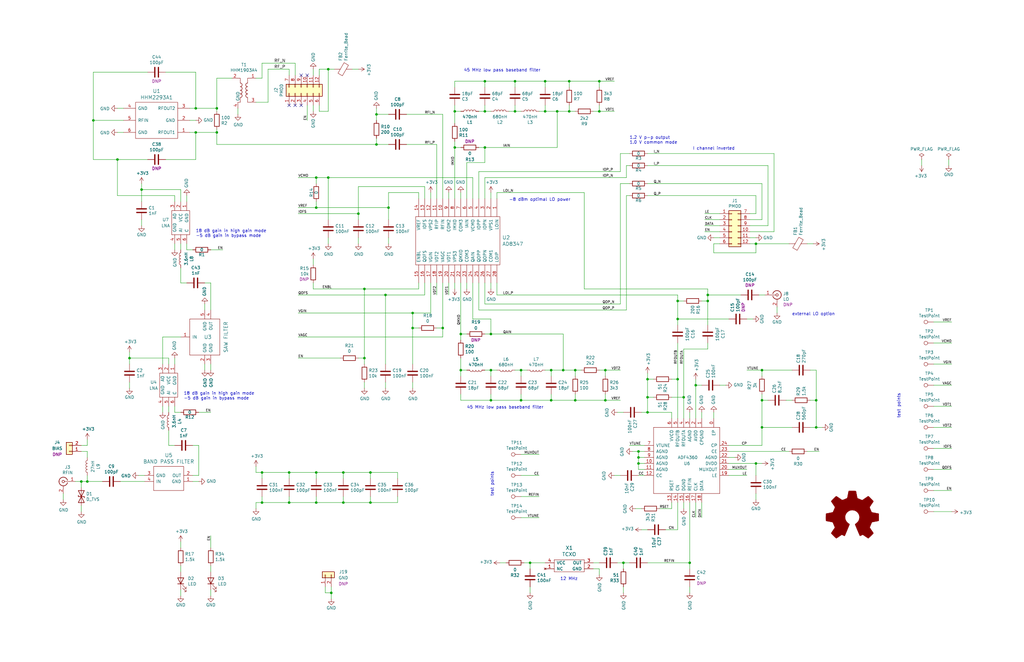
<source format=kicad_sch>
(kicad_sch (version 20230121) (generator eeschema)
  (paper "USLedger")
  (title_block (title "Cydonia") (date "2021-01-21") (company "Copyright © 2019-2021 Great Scott Gadgets") (comment 1 "License: CERN-OHL-P v2"))
  (junction (at 139.7 250.19))
  (junction (at 219.71 156.21))
  (junction (at 232.41 156.21))
  (junction (at 156.21 199.39))
  (junction (at 204.47 62.23))
  (junction (at 269.24 193.04))
  (junction (at 82.55 45.72))
  (junction (at 232.41 168.91))
  (junction (at 158.75 60.96))
  (junction (at 273.05 167.64))
  (junction (at 59.69 80.01))
  (junction (at 321.31 180.34))
  (junction (at 133.35 199.39))
  (junction (at 318.77 102.87))
  (junction (at 163.83 87.63))
  (junction (at 133.35 87.63))
  (junction (at 207.01 156.21))
  (junction (at 39.37 50.8))
  (junction (at 219.71 168.91))
  (junction (at 54.61 151.13))
  (junction (at 194.31 156.21))
  (junction (at 49.53 67.31))
  (junction (at 293.37 162.56))
  (junction (at 240.03 34.29))
  (junction (at 138.43 74.93))
  (junction (at 121.92 212.09))
  (junction (at 82.55 55.88))
  (junction (at 242.57 168.91))
  (junction (at 321.31 156.21))
  (junction (at 285.75 160.02))
  (junction (at 191.77 62.23))
  (junction (at 255.27 168.91))
  (junction (at 151.13 90.17))
  (junction (at 138.43 29.21))
  (junction (at 173.99 138.43))
  (junction (at 262.89 237.49))
  (junction (at 344.17 180.34))
  (junction (at 298.45 124.46))
  (junction (at 344.17 168.91))
  (junction (at 133.35 212.09))
  (junction (at 273.05 173.99))
  (junction (at 217.17 46.99))
  (junction (at 110.49 199.39))
  (junction (at 237.49 156.21))
  (junction (at 204.47 34.29))
  (junction (at 144.78 199.39))
  (junction (at 162.56 124.46))
  (junction (at 269.24 195.58))
  (junction (at 217.17 34.29))
  (junction (at 91.44 55.88))
  (junction (at 158.75 48.26))
  (junction (at 207.01 140.97))
  (junction (at 285.75 127))
  (junction (at 252.73 46.99))
  (junction (at 153.67 151.13))
  (junction (at 207.01 168.91))
  (junction (at 269.24 190.5))
  (junction (at 223.52 237.49))
  (junction (at 285.75 134.62))
  (junction (at 242.57 156.21))
  (junction (at 273.05 160.02))
  (junction (at 156.21 212.09))
  (junction (at 91.44 45.72))
  (junction (at 186.69 138.43))
  (junction (at 191.77 46.99))
  (junction (at 110.49 212.09))
  (junction (at 321.31 168.91))
  (junction (at 255.27 156.21))
  (junction (at 318.77 195.58))
  (junction (at 194.31 140.97))
  (junction (at 36.83 203.2))
  (junction (at 204.47 46.99))
  (junction (at 288.29 167.64))
  (junction (at 234.95 46.99))
  (junction (at 34.29 203.2))
  (junction (at 240.03 46.99))
  (junction (at 290.83 237.49))
  (junction (at 121.92 199.39))
  (junction (at 144.78 212.09))
  (junction (at 229.87 34.29))
  (junction (at 173.99 132.08))
  (junction (at 252.73 34.29))
  (junction (at 153.67 121.92))
  (junction (at 298.45 127))
  (junction (at 133.35 74.93))
  (junction (at 229.87 46.99))
  (no_connect (at 127 31.75))
  (no_connect (at 121.92 44.45))
  (no_connect (at 129.54 31.75))
  (no_connect (at 124.46 44.45))
  (no_connect (at 127 44.45))
  (wire (pts (xy 124.46 26.67) (xy 124.46 31.75)))
  (wire (pts (xy 191.77 34.29) (xy 204.47 34.29)))
  (wire (pts (xy 270.51 214.63) (xy 267.97 214.63)))
  (wire (pts (xy 173.99 138.43) (xy 176.53 138.43)))
  (wire (pts (xy 271.78 195.58) (xy 269.24 195.58)))
  (wire (pts (xy 264.16 74.93) (xy 264.16 69.85)))
  (wire (pts (xy 344.17 180.34) (xy 346.71 180.34)))
  (wire (pts (xy 68.58 142.24) (xy 76.2 142.24)))
  (wire (pts (xy 297.18 90.17) (xy 303.53 90.17)))
  (wire (pts (xy 321.31 166.37) (xy 321.31 168.91)))
  (wire (pts (xy 300.99 106.68) (xy 318.77 106.68)))
  (wire (pts (xy 293.37 162.56) (xy 293.37 176.53)))
  (wire (pts (xy 227.33 46.99) (xy 229.87 46.99)))
  (wire (pts (xy 176.53 81.28) (xy 163.83 81.28)))
  (wire (pts (xy 191.77 62.23) (xy 194.31 62.23)))
  (wire (pts (xy 234.95 62.23) (xy 234.95 46.99)))
  (wire (pts (xy 186.69 142.24) (xy 186.69 138.43)))
  (wire (pts (xy 36.83 190.5) (xy 36.83 193.04)))
  (wire (pts (xy 240.03 34.29) (xy 252.73 34.29)))
  (wire (pts (xy 270.51 173.99) (xy 273.05 173.99)))
  (wire (pts (xy 265.43 187.96) (xy 271.78 187.96)))
  (wire (pts (xy 58.42 200.66) (xy 60.96 200.66)))
  (wire (pts (xy 151.13 100.33) (xy 151.13 102.87)))
  (wire (pts (xy 191.77 46.99) (xy 191.77 44.45)))
  (wire (pts (xy 181.61 132.08) (xy 173.99 132.08)))
  (wire (pts (xy 107.95 199.39) (xy 110.49 199.39)))
  (wire (pts (xy 173.99 153.67) (xy 173.99 138.43)))
  (wire (pts (xy 207.01 168.91) (xy 219.71 168.91)))
  (wire (pts (xy 167.64 199.39) (xy 167.64 201.93)))
  (wire (pts (xy 134.62 46.99) (xy 134.62 44.45)))
  (wire (pts (xy 245.11 156.21) (xy 242.57 156.21)))
  (wire (pts (xy 194.31 83.82) (xy 194.31 81.28)))
  (wire (pts (xy 273.05 82.55) (xy 318.77 82.55)))
  (wire (pts (xy 81.28 203.2) (xy 83.82 203.2)))
  (wire (pts (xy 242.57 156.21) (xy 242.57 158.75)))
  (wire (pts (xy 153.67 121.92) (xy 132.08 121.92)))
  (wire (pts (xy 83.82 187.96) (xy 83.82 200.66)))
  (wire (pts (xy 309.88 193.04) (xy 307.34 193.04)))
  (wire (pts (xy 191.77 59.69) (xy 191.77 62.23)))
  (wire (pts (xy 209.55 119.38) (xy 209.55 124.46)))
  (wire (pts (xy 295.91 162.56) (xy 293.37 162.56)))
  (wire (pts (xy 314.96 134.62) (xy 317.5 134.62)))
  (wire (pts (xy 49.53 67.31) (xy 62.23 67.31)))
  (wire (pts (xy 34.29 205.74) (xy 34.29 203.2)))
  (wire (pts (xy 246.38 81.28) (xy 246.38 121.92)))
  (wire (pts (xy 88.9 156.21) (xy 88.9 153.67)))
  (wire (pts (xy 318.77 82.55) (xy 318.77 90.17)))
  (wire (pts (xy 242.57 168.91) (xy 255.27 168.91)))
  (wire (pts (xy 261.62 128.27) (xy 261.62 77.47)))
  (wire (pts (xy 73.66 105.41) (xy 73.66 102.87)))
  (wire (pts (xy 50.8 203.2) (xy 60.96 203.2)))
  (wire (pts (xy 252.73 46.99) (xy 259.08 46.99)))
  (wire (pts (xy 153.67 161.29) (xy 153.67 163.83)))
  (wire (pts (xy 80.01 55.88) (xy 82.55 55.88)))
  (wire (pts (xy 401.32 207.01) (xy 393.7 207.01)))
  (wire (pts (xy 88.9 130.81) (xy 88.9 119.38)))
  (wire (pts (xy 139.7 250.19) (xy 139.7 252.73)))
  (wire (pts (xy 36.83 200.66) (xy 36.83 203.2)))
  (wire (pts (xy 232.41 156.21) (xy 237.49 156.21)))
  (wire (pts (xy 179.07 119.38) (xy 179.07 124.46)))
  (wire (pts (xy 69.85 67.31) (xy 82.55 67.31)))
  (wire (pts (xy 252.73 240.03) (xy 252.73 242.57)))
  (wire (pts (xy 176.53 83.82) (xy 176.53 81.28)))
  (wire (pts (xy 271.78 190.5) (xy 269.24 190.5)))
  (wire (pts (xy 229.87 156.21) (xy 232.41 156.21)))
  (wire (pts (xy 76.2 119.38) (xy 78.74 119.38)))
  (wire (pts (xy 388.62 67.31) (xy 388.62 69.85)))
  (wire (pts (xy 125.73 87.63) (xy 133.35 87.63)))
  (wire (pts (xy 227.33 200.66) (xy 219.71 200.66)))
  (wire (pts (xy 82.55 30.48) (xy 82.55 45.72)))
  (wire (pts (xy 49.53 82.55) (xy 49.53 67.31)))
  (wire (pts (xy 285.75 223.52) (xy 280.67 223.52)))
  (wire (pts (xy 125.73 142.24) (xy 186.69 142.24)))
  (wire (pts (xy 204.47 119.38) (xy 204.47 128.27)))
  (wire (pts (xy 293.37 160.02) (xy 293.37 162.56)))
  (wire (pts (xy 345.44 190.5) (xy 340.36 190.5)))
  (wire (pts (xy 194.31 143.51) (xy 194.31 140.97)))
  (wire (pts (xy 34.29 187.96) (xy 36.83 187.96)))
  (wire (pts (xy 91.44 55.88) (xy 91.44 54.61)))
  (wire (pts (xy 290.83 240.03) (xy 290.83 237.49)))
  (wire (pts (xy 300.99 173.99) (xy 300.99 176.53)))
  (wire (pts (xy 191.77 46.99) (xy 194.31 46.99)))
  (wire (pts (xy 167.64 212.09) (xy 156.21 212.09)))
  (wire (pts (xy 318.77 106.68) (xy 318.77 102.87)))
  (wire (pts (xy 184.15 83.82) (xy 184.15 60.96)))
  (wire (pts (xy 88.9 226.06) (xy 88.9 231.14)))
  (wire (pts (xy 316.23 102.87) (xy 318.77 102.87)))
  (wire (pts (xy 204.47 34.29) (xy 217.17 34.29)))
  (wire (pts (xy 252.73 34.29) (xy 252.73 36.83)))
  (wire (pts (xy 93.98 105.41) (xy 88.9 105.41)))
  (wire (pts (xy 288.29 212.09) (xy 288.29 214.63)))
  (wire (pts (xy 269.24 190.5) (xy 266.7 190.5)))
  (wire (pts (xy 54.61 151.13) (xy 71.12 151.13)))
  (wire (pts (xy 88.9 238.76) (xy 88.9 241.3)))
  (wire (pts (xy 223.52 250.19) (xy 223.52 247.65)))
  (wire (pts (xy 401.32 180.34) (xy 393.7 180.34)))
  (wire (pts (xy 207.01 83.82) (xy 207.01 81.28)))
  (wire (pts (xy 179.07 78.74) (xy 179.07 83.82)))
  (wire (pts (xy 288.29 176.53) (xy 288.29 167.64)))
  (wire (pts (xy 194.31 156.21) (xy 194.31 158.75)))
  (wire (pts (xy 82.55 45.72) (xy 91.44 45.72)))
  (wire (pts (xy 86.36 119.38) (xy 88.9 119.38)))
  (wire (pts (xy 26.67 208.28) (xy 26.67 210.82)))
  (wire (pts (xy 264.16 130.81) (xy 264.16 82.55)))
  (wire (pts (xy 227.33 209.55) (xy 219.71 209.55)))
  (wire (pts (xy 321.31 187.96) (xy 307.34 187.96)))
  (wire (pts (xy 121.92 199.39) (xy 121.92 201.93)))
  (wire (pts (xy 260.35 237.49) (xy 262.89 237.49)))
  (wire (pts (xy 110.49 199.39) (xy 110.49 201.93)))
  (wire (pts (xy 191.77 52.07) (xy 191.77 46.99)))
  (wire (pts (xy 199.39 74.93) (xy 199.39 83.82)))
  (wire (pts (xy 295.91 218.44) (xy 295.91 212.09)))
  (wire (pts (xy 207.01 134.62) (xy 207.01 140.97)))
  (wire (pts (xy 179.07 124.46) (xy 162.56 124.46)))
  (wire (pts (xy 156.21 201.93) (xy 156.21 199.39)))
  (wire (pts (xy 34.29 213.36) (xy 34.29 215.9)))
  (wire (pts (xy 148.59 29.21) (xy 151.13 29.21)))
  (wire (pts (xy 401.32 153.67) (xy 393.7 153.67)))
  (wire (pts (xy 138.43 29.21) (xy 140.97 29.21)))
  (wire (pts (xy 76.2 248.92) (xy 76.2 251.46)))
  (wire (pts (xy 285.75 144.78) (xy 285.75 160.02)))
  (wire (pts (xy 219.71 156.21) (xy 217.17 156.21)))
  (wire (pts (xy 204.47 156.21) (xy 207.01 156.21)))
  (wire (pts (xy 275.59 160.02) (xy 273.05 160.02)))
  (wire (pts (xy 54.61 148.59) (xy 54.61 151.13)))
  (wire (pts (xy 327.66 129.54) (xy 327.66 132.08)))
  (wire (pts (xy 300.99 102.87) (xy 300.99 106.68)))
  (wire (pts (xy 401.32 215.9) (xy 393.7 215.9)))
  (wire (pts (xy 137.16 247.65) (xy 137.16 250.19)))
  (wire (pts (xy 163.83 100.33) (xy 163.83 102.87)))
  (wire (pts (xy 151.13 78.74) (xy 179.07 78.74)))
  (wire (pts (xy 144.78 199.39) (xy 144.78 201.93)))
  (wire (pts (xy 269.24 198.12) (xy 271.78 198.12)))
  (wire (pts (xy 300.99 102.87) (xy 303.53 102.87)))
  (wire (pts (xy 107.95 214.63) (xy 107.95 212.09)))
  (wire (pts (xy 132.08 29.21) (xy 132.08 31.75)))
  (wire (pts (xy 262.89 237.49) (xy 262.89 240.03)))
  (wire (pts (xy 201.93 130.81) (xy 264.16 130.81)))
  (wire (pts (xy 341.63 180.34) (xy 344.17 180.34)))
  (wire (pts (xy 73.66 153.67) (xy 73.66 151.13)))
  (wire (pts (xy 186.69 83.82) (xy 186.69 48.26)))
  (wire (pts (xy 252.73 46.99) (xy 252.73 44.45)))
  (wire (pts (xy 54.61 161.29) (xy 54.61 163.83)))
  (wire (pts (xy 273.05 167.64) (xy 273.05 173.99)))
  (wire (pts (xy 344.17 168.91) (xy 344.17 156.21)))
  (wire (pts (xy 401.32 162.56) (xy 393.7 162.56)))
  (wire (pts (xy 71.12 151.13) (xy 71.12 153.67)))
  (wire (pts (xy 261.62 77.47) (xy 265.43 77.47)))
  (wire (pts (xy 186.69 138.43) (xy 184.15 138.43)))
  (wire (pts (xy 39.37 67.31) (xy 49.53 67.31)))
  (wire (pts (xy 163.83 81.28) (xy 163.83 87.63)))
  (wire (pts (xy 134.62 29.21) (xy 138.43 29.21)))
  (wire (pts (xy 176.53 121.92) (xy 153.67 121.92)))
  (wire (pts (xy 194.31 140.97) (xy 196.85 140.97)))
  (wire (pts (xy 71.12 173.99) (xy 71.12 171.45)))
  (wire (pts (xy 219.71 168.91) (xy 232.41 168.91)))
  (wire (pts (xy 269.24 193.04) (xy 269.24 195.58)))
  (wire (pts (xy 261.62 200.66) (xy 259.08 200.66)))
  (wire (pts (xy 285.75 212.09) (xy 285.75 223.52)))
  (wire (pts (xy 204.47 128.27) (xy 261.62 128.27)))
  (wire (pts (xy 68.58 153.67) (xy 68.58 142.24)))
  (wire (pts (xy 252.73 34.29) (xy 259.08 34.29)))
  (wire (pts (xy 80.01 45.72) (xy 82.55 45.72)))
  (wire (pts (xy 162.56 163.83) (xy 162.56 161.29)))
  (wire (pts (xy 59.69 92.71) (xy 59.69 95.25)))
  (wire (pts (xy 31.75 203.2) (xy 34.29 203.2)))
  (wire (pts (xy 204.47 68.58) (xy 204.47 62.23)))
  (wire (pts (xy 162.56 153.67) (xy 162.56 124.46)))
  (wire (pts (xy 237.49 140.97) (xy 237.49 156.21)))
  (wire (pts (xy 285.75 176.53) (xy 285.75 160.02)))
  (wire (pts (xy 132.08 44.45) (xy 132.08 46.99)))
  (wire (pts (xy 199.39 119.38) (xy 199.39 134.62)))
  (wire (pts (xy 321.31 168.91) (xy 321.31 180.34)))
  (wire (pts (xy 303.53 95.25) (xy 297.18 95.25)))
  (wire (pts (xy 125.73 151.13) (xy 143.51 151.13)))
  (wire (pts (xy 307.34 134.62) (xy 285.75 134.62)))
  (wire (pts (xy 314.96 198.12) (xy 307.34 198.12)))
  (wire (pts (xy 273.05 157.48) (xy 273.05 160.02)))
  (wire (pts (xy 73.66 173.99) (xy 76.2 173.99)))
  (wire (pts (xy 62.23 30.48) (xy 39.37 30.48)))
  (wire (pts (xy 151.13 151.13) (xy 153.67 151.13)))
  (wire (pts (xy 204.47 36.83) (xy 204.47 34.29)))
  (wire (pts (xy 107.95 43.18) (xy 113.03 43.18)))
  (wire (pts (xy 250.19 46.99) (xy 252.73 46.99)))
  (wire (pts (xy 88.9 173.99) (xy 83.82 173.99)))
  (wire (pts (xy 54.61 151.13) (xy 54.61 153.67)))
  (wire (pts (xy 196.85 119.38) (xy 196.85 121.92)))
  (wire (pts (xy 271.78 193.04) (xy 269.24 193.04)))
  (wire (pts (xy 334.01 156.21) (xy 321.31 156.21)))
  (wire (pts (xy 133.35 199.39) (xy 144.78 199.39)))
  (wire (pts (xy 275.59 167.64) (xy 273.05 167.64)))
  (wire (pts (xy 194.31 168.91) (xy 207.01 168.91)))
  (wire (pts (xy 261.62 64.77) (xy 265.43 64.77)))
  (wire (pts (xy 273.05 77.47) (xy 321.31 77.47)))
  (wire (pts (xy 138.43 102.87) (xy 138.43 100.33)))
  (wire (pts (xy 194.31 166.37) (xy 194.31 168.91)))
  (wire (pts (xy 334.01 180.34) (xy 321.31 180.34)))
  (wire (pts (xy 196.85 68.58) (xy 204.47 68.58)))
  (wire (pts (xy 264.16 82.55) (xy 265.43 82.55)))
  (wire (pts (xy 201.93 46.99) (xy 204.47 46.99)))
  (wire (pts (xy 269.24 195.58) (xy 269.24 198.12)))
  (wire (pts (xy 80.01 50.8) (xy 82.55 50.8)))
  (wire (pts (xy 100.33 45.72) (xy 100.33 48.26)))
  (wire (pts (xy 229.87 34.29) (xy 240.03 34.29)))
  (wire (pts (xy 229.87 237.49) (xy 223.52 237.49)))
  (wire (pts (xy 133.35 74.93) (xy 125.73 74.93)))
  (wire (pts (xy 255.27 156.21) (xy 255.27 158.75)))
  (wire (pts (xy 227.33 191.77) (xy 219.71 191.77)))
  (wire (pts (xy 288.29 167.64) (xy 288.29 147.32)))
  (wire (pts (xy 314.96 200.66) (xy 307.34 200.66)))
  (wire (pts (xy 129.54 50.8) (xy 129.54 44.45)))
  (wire (pts (xy 229.87 34.29) (xy 229.87 36.83)))
  (wire (pts (xy 78.74 105.41) (xy 81.28 105.41)))
  (wire (pts (xy 318.77 208.28) (xy 318.77 210.82)))
  (wire (pts (xy 156.21 209.55) (xy 156.21 212.09)))
  (wire (pts (xy 250.19 237.49) (xy 252.73 237.49)))
  (wire (pts (xy 173.99 132.08) (xy 125.73 132.08)))
  (wire (pts (xy 229.87 46.99) (xy 229.87 44.45)))
  (wire (pts (xy 297.18 92.71) (xy 303.53 92.71)))
  (wire (pts (xy 86.36 130.81) (xy 86.36 128.27)))
  (wire (pts (xy 234.95 46.99) (xy 240.03 46.99)))
  (wire (pts (xy 320.04 124.46) (xy 322.58 124.46)))
  (wire (pts (xy 255.27 168.91) (xy 261.62 168.91)))
  (wire (pts (xy 76.2 228.6) (xy 76.2 231.14)))
  (wire (pts (xy 222.25 156.21) (xy 219.71 156.21)))
  (wire (pts (xy 189.23 81.28) (xy 189.23 83.82)))
  (wire (pts (xy 318.77 100.33) (xy 316.23 100.33)))
  (wire (pts (xy 242.57 168.91) (xy 242.57 166.37)))
  (wire (pts (xy 321.31 77.47) (xy 321.31 92.71)))
  (wire (pts (xy 220.98 237.49) (xy 223.52 237.49)))
  (wire (pts (xy 269.24 200.66) (xy 271.78 200.66)))
  (wire (pts (xy 151.13 92.71) (xy 151.13 90.17)))
  (wire (pts (xy 34.29 190.5) (xy 36.83 190.5)))
  (wire (pts (xy 303.53 162.56) (xy 306.07 162.56)))
  (wire (pts (xy 400.05 67.31) (xy 400.05 69.85)))
  (wire (pts (xy 285.75 134.62) (xy 285.75 137.16)))
  (wire (pts (xy 201.93 72.39) (xy 261.62 72.39)))
  (wire (pts (xy 181.61 81.28) (xy 181.61 83.82)))
  (wire (pts (xy 285.75 124.46) (xy 285.75 127)))
  (wire (pts (xy 341.63 168.91) (xy 344.17 168.91)))
  (wire (pts (xy 307.34 190.5) (xy 332.74 190.5)))
  (wire (pts (xy 91.44 60.96) (xy 91.44 55.88)))
  (wire (pts (xy 344.17 180.34) (xy 344.17 168.91)))
  (wire (pts (xy 237.49 156.21) (xy 242.57 156.21)))
  (wire (pts (xy 298.45 121.92) (xy 246.38 121.92)))
  (wire (pts (xy 39.37 30.48) (xy 39.37 50.8)))
  (wire (pts (xy 318.77 90.17) (xy 316.23 90.17)))
  (wire (pts (xy 138.43 74.93) (xy 133.35 74.93)))
  (wire (pts (xy 113.03 43.18) (xy 113.03 29.21)))
  (wire (pts (xy 110.49 199.39) (xy 121.92 199.39)))
  (wire (pts (xy 133.35 212.09) (xy 121.92 212.09)))
  (wire (pts (xy 194.31 151.13) (xy 194.31 156.21)))
  (wire (pts (xy 273.05 69.85) (xy 323.85 69.85)))
  (wire (pts (xy 196.85 83.82) (xy 196.85 68.58)))
  (wire (pts (xy 255.27 168.91) (xy 255.27 166.37)))
  (wire (pts (xy 240.03 46.99) (xy 240.03 44.45)))
  (wire (pts (xy 121.92 199.39) (xy 133.35 199.39)))
  (wire (pts (xy 158.75 45.72) (xy 158.75 48.26)))
  (wire (pts (xy 207.01 156.21) (xy 209.55 156.21)))
  (wire (pts (xy 153.67 153.67) (xy 153.67 151.13)))
  (wire (pts (xy 132.08 119.38) (xy 132.08 121.92)))
  (wire (pts (xy 207.01 156.21) (xy 207.01 158.75)))
  (wire (pts (xy 295.91 127) (xy 298.45 127)))
  (wire (pts (xy 138.43 92.71) (xy 138.43 74.93)))
  (wire (pts (xy 191.77 36.83) (xy 191.77 34.29)))
  (wire (pts (xy 283.21 212.09) (xy 283.21 214.63)))
  (wire (pts (xy 204.47 46.99) (xy 204.47 44.45)))
  (wire (pts (xy 137.16 250.19) (xy 139.7 250.19)))
  (wire (pts (xy 76.2 105.41) (xy 76.2 102.87)))
  (wire (pts (xy 401.32 171.45) (xy 393.7 171.45)))
  (wire (pts (xy 298.45 127) (xy 298.45 137.16)))
  (wire (pts (xy 110.49 33.02) (xy 107.95 33.02)))
  (wire (pts (xy 71.12 187.96) (xy 71.12 181.61)))
  (wire (pts (xy 158.75 60.96) (xy 163.83 60.96)))
  (wire (pts (xy 217.17 34.29) (xy 229.87 34.29)))
  (wire (pts (xy 76.2 80.01) (xy 76.2 85.09)))
  (wire (pts (xy 273.05 160.02) (xy 273.05 167.64)))
  (wire (pts (xy 401.32 144.78) (xy 393.7 144.78)))
  (wire (pts (xy 139.7 247.65) (xy 139.7 250.19)))
  (wire (pts (xy 232.41 168.91) (xy 232.41 166.37)))
  (wire (pts (xy 209.55 124.46) (xy 285.75 124.46)))
  (wire (pts (xy 158.75 48.26) (xy 158.75 50.8)))
  (wire (pts (xy 285.75 160.02) (xy 283.21 160.02)))
  (wire (pts (xy 110.49 212.09) (xy 110.49 209.55)))
  (wire (pts (xy 173.99 138.43) (xy 173.99 132.08)))
  (wire (pts (xy 401.32 189.23) (xy 393.7 189.23)))
  (wire (pts (xy 156.21 199.39) (xy 167.64 199.39)))
  (wire (pts (xy 326.39 64.77) (xy 326.39 97.79)))
  (wire (pts (xy 223.52 240.03) (xy 223.52 237.49)))
  (wire (pts (xy 201.93 83.82) (xy 201.93 72.39)))
  (wire (pts (xy 297.18 97.79) (xy 303.53 97.79)))
  (wire (pts (xy 273.05 173.99) (xy 283.21 173.99)))
  (wire (pts (xy 76.2 238.76) (xy 76.2 241.3)))
  (wire (pts (xy 73.66 85.09) (xy 73.66 82.55)))
  (wire (pts (xy 133.35 201.93) (xy 133.35 199.39)))
  (wire (pts (xy 113.03 29.21) (xy 121.92 29.21)))
  (wire (pts (xy 121.92 29.21) (xy 121.92 31.75)))
  (wire (pts (xy 285.75 127) (xy 285.75 134.62)))
  (wire (pts (xy 167.64 209.55) (xy 167.64 212.09)))
  (wire (pts (xy 144.78 199.39) (xy 156.21 199.39)))
  (wire (pts (xy 210.82 237.49) (xy 213.36 237.49)))
  (wire (pts (xy 255.27 156.21) (xy 261.62 156.21)))
  (wire (pts (xy 88.9 248.92) (xy 88.9 251.46)))
  (wire (pts (xy 134.62 31.75) (xy 134.62 29.21)))
  (wire (pts (xy 273.05 64.77) (xy 326.39 64.77)))
  (wire (pts (xy 138.43 46.99) (xy 138.43 29.21)))
  (wire (pts (xy 132.08 109.22) (xy 132.08 111.76)))
  (wire (pts (xy 125.73 90.17) (xy 151.13 90.17)))
  (wire (pts (xy 91.44 45.72) (xy 91.44 33.02)))
  (wire (pts (xy 318.77 102.87) (xy 332.74 102.87)))
  (wire (pts (xy 158.75 58.42) (xy 158.75 60.96)))
  (wire (pts (xy 207.01 140.97) (xy 204.47 140.97)))
  (wire (pts (xy 401.32 135.89) (xy 393.7 135.89)))
  (wire (pts (xy 290.83 173.99) (xy 290.83 176.53)))
  (wire (pts (xy 288.29 167.64) (xy 283.21 167.64)))
  (wire (pts (xy 298.45 144.78) (xy 298.45 147.32)))
  (wire (pts (xy 334.01 168.91) (xy 331.47 168.91)))
  (wire (pts (xy 340.36 102.87) (xy 342.9 102.87)))
  (wire (pts (xy 232.41 156.21) (xy 232.41 158.75)))
  (wire (pts (xy 314.96 156.21) (xy 321.31 156.21)))
  (wire (pts (xy 217.17 36.83) (xy 217.17 34.29)))
  (wire (pts (xy 217.17 46.99) (xy 217.17 44.45)))
  (wire (pts (xy 270.51 223.52) (xy 273.05 223.52)))
  (wire (pts (xy 78.74 102.87) (xy 78.74 105.41)))
  (wire (pts (xy 401.32 198.12) (xy 393.7 198.12)))
  (wire (pts (xy 298.45 124.46) (xy 298.45 121.92)))
  (wire (pts (xy 151.13 90.17) (xy 151.13 78.74)))
  (wire (pts (xy 78.74 85.09) (xy 78.74 82.55)))
  (wire (pts (xy 207.01 166.37) (xy 207.01 168.91)))
  (wire (pts (xy 260.35 173.99) (xy 262.89 173.99)))
  (wire (pts (xy 232.41 168.91) (xy 242.57 168.91)))
  (wire (pts (xy 49.53 45.72) (xy 52.07 45.72)))
  (wire (pts (xy 36.83 187.96) (xy 36.83 185.42)))
  (wire (pts (xy 107.95 196.85) (xy 107.95 199.39)))
  (wire (pts (xy 262.89 237.49) (xy 265.43 237.49)))
  (wire (pts (xy 81.28 200.66) (xy 83.82 200.66)))
  (wire (pts (xy 121.92 212.09) (xy 121.92 209.55)))
  (wire (pts (xy 194.31 156.21) (xy 196.85 156.21)))
  (wire (pts (xy 290.83 212.09) (xy 290.83 237.49)))
  (wire (pts (xy 110.49 212.09) (xy 121.92 212.09)))
  (wire (pts (xy 219.71 166.37) (xy 219.71 168.91)))
  (wire (pts (xy 191.77 119.38) (xy 191.77 121.92)))
  (wire (pts (xy 344.17 156.21) (xy 341.63 156.21)))
  (wire (pts (xy 144.78 212.09) (xy 133.35 212.09)))
  (wire (pts (xy 323.85 69.85) (xy 323.85 95.25)))
  (wire (pts (xy 59.69 77.47) (xy 59.69 80.01)))
  (wire (pts (xy 209.55 81.28) (xy 246.38 81.28)))
  (wire (pts (xy 285.75 127) (xy 288.29 127)))
  (wire (pts (xy 204.47 83.82) (xy 204.47 74.93)))
  (wire (pts (xy 173.99 163.83) (xy 173.99 161.29)))
  (wire (pts (xy 39.37 50.8) (xy 39.37 67.31)))
  (wire (pts (xy 321.31 156.21) (xy 321.31 158.75)))
  (wire (pts (xy 82.55 67.31) (xy 82.55 55.88)))
  (wire (pts (xy 261.62 72.39) (xy 261.62 64.77)))
  (wire (pts (xy 227.33 218.44) (xy 219.71 218.44)))
  (wire (pts (xy 240.03 34.29) (xy 240.03 36.83)))
  (wire (pts (xy 133.35 74.93) (xy 133.35 77.47)))
  (wire (pts (xy 133.35 87.63) (xy 163.83 87.63)))
  (wire (pts (xy 290.83 237.49) (xy 273.05 237.49)))
  (wire (pts (xy 52.07 50.8) (xy 39.37 50.8)))
  (wire (pts (xy 86.36 156.21) (xy 86.36 153.67)))
  (wire (pts (xy 321.31 195.58) (xy 318.77 195.58)))
  (wire (pts (xy 252.73 156.21) (xy 255.27 156.21)))
  (wire (pts (xy 110.49 26.67) (xy 110.49 33.02)))
  (wire (pts (xy 158.75 60.96) (xy 91.44 60.96)))
  (wire (pts (xy 191.77 83.82) (xy 191.77 62.23)))
  (wire (pts (xy 204.47 62.23) (xy 234.95 62.23)))
  (wire (pts (xy 217.17 46.99) (xy 214.63 46.99)))
  (wire (pts (xy 91.44 33.02) (xy 97.79 33.02)))
  (wire (pts (xy 134.62 46.99) (xy 138.43 46.99)))
  (wire (pts (xy 76.2 119.38) (xy 76.2 113.03)))
  (wire (pts (xy 181.61 119.38) (xy 181.61 132.08)))
  (wire (pts (xy 318.77 195.58) (xy 318.77 200.66)))
  (wire (pts (xy 91.44 45.72) (xy 91.44 46.99)))
  (wire (pts (xy 201.93 119.38) (xy 201.93 130.81)))
  (wire (pts (xy 199.39 74.93) (xy 138.43 74.93)))
  (wire (pts (xy 82.55 55.88) (xy 91.44 55.88)))
  (wire (pts (xy 163.83 92.71) (xy 163.83 87.63)))
  (wire (pts (xy 163.83 48.26) (xy 158.75 48.26)))
  (wire (pts (xy 264.16 69.85) (xy 265.43 69.85)))
  (wire (pts (xy 219.71 46.99) (xy 217.17 46.99)))
  (wire (pts (xy 125.73 124.46) (xy 162.56 124.46)))
  (wire (pts (xy 186.69 48.26) (xy 171.45 48.26)))
  (wire (pts (xy 298.45 127) (xy 298.45 124.46)))
  (wire (pts (xy 295.91 176.53) (xy 295.91 173.99)))
  (wire (pts (xy 153.67 151.13) (xy 153.67 121.92)))
  (wire (pts (xy 184.15 60.96) (xy 171.45 60.96)))
  (wire (pts (xy 81.28 187.96) (xy 83.82 187.96)))
  (wire (pts (xy 290.83 247.65) (xy 290.83 250.19)))
  (wire (pts (xy 204.47 46.99) (xy 207.01 46.99)))
  (wire (pts (xy 133.35 85.09) (xy 133.35 87.63)))
  (wire (pts (xy 303.53 100.33) (xy 300.99 100.33)))
  (wire (pts (xy 49.53 55.88) (xy 52.07 55.88)))
  (wire (pts (xy 229.87 46.99) (xy 234.95 46.99)))
  (wire (pts (xy 321.31 180.34) (xy 321.31 187.96)))
  (wire (pts (xy 283.21 214.63) (xy 278.13 214.63)))
  (wire (pts (xy 186.69 119.38) (xy 186.69 138.43)))
  (wire (pts (xy 144.78 212.09) (xy 144.78 209.55)))
  (wire (pts (xy 323.85 95.25) (xy 316.23 95.25)))
  (wire (pts (xy 242.57 46.99) (xy 240.03 46.99)))
  (wire (pts (xy 204.47 74.93) (xy 264.16 74.93)))
  (wire (pts (xy 321.31 92.71) (xy 316.23 92.71)))
  (wire (pts (xy 204.47 62.23) (xy 201.93 62.23)))
  (wire (pts (xy 262.89 250.19) (xy 262.89 247.65)))
  (wire (pts (xy 283.21 173.99) (xy 283.21 176.53)))
  (wire (pts (xy 69.85 30.48) (xy 82.55 30.48)))
  (wire (pts (xy 298.45 147.32) (xy 288.29 147.32)))
  (wire (pts (xy 269.24 190.5) (xy 269.24 193.04)))
  (wire (pts (xy 326.39 97.79) (xy 316.23 97.79)))
  (wire (pts (xy 73.66 82.55) (xy 49.53 82.55)))
  (wire (pts (xy 68.58 173.99) (xy 68.58 171.45)))
  (wire (pts (xy 199.39 134.62) (xy 207.01 134.62)))
  (wire (pts (xy 293.37 218.44) (xy 293.37 212.09)))
  (wire (pts (xy 36.83 203.2) (xy 43.18 203.2)))
  (wire (pts (xy 207.01 140.97) (xy 237.49 140.97)))
  (wire (pts (xy 73.66 171.45) (xy 73.66 173.99)))
  (wire (pts (xy 59.69 80.01) (xy 76.2 80.01)))
  (wire (pts (xy 184.15 119.38) (xy 184.15 124.46)))
  (wire (pts (xy 34.29 203.2) (xy 36.83 203.2)))
  (wire (pts (xy 207.01 121.92) (xy 207.01 119.38)))
  (wire (pts (xy 110.49 26.67) (xy 124.46 26.67)))
  (wire (pts (xy 250.19 240.03) (xy 252.73 240.03)))
  (wire (pts (xy 176.53 119.38) (xy 176.53 121.92)))
  (wire (pts (xy 107.95 212.09) (xy 110.49 212.09)))
  (wire (pts (xy 318.77 195.58) (xy 307.34 195.58)))
  (wire (pts (xy 321.31 168.91) (xy 323.85 168.91)))
  (wire (pts (xy 194.31 119.38) (xy 194.31 140.97)))
  (wire (pts (xy 189.23 124.46) (xy 189.23 119.38)))
  (wire (pts (xy 71.12 187.96) (xy 73.66 187.96)))
  (wire (pts (xy 219.71 156.21) (xy 219.71 158.75)))
  (wire (pts (xy 209.55 83.82) (xy 209.55 81.28)))
  (wire (pts (xy 156.21 212.09) (xy 144.78 212.09)))
  (wire (pts (xy 298.45 124.46) (xy 312.42 124.46)))
  (wire (pts (xy 59.69 85.09) (xy 59.69 80.01)))
  (wire (pts (xy 133.35 209.55) (xy 133.35 212.09)))
  (text "1.2 V p-p output\n1.0 V common mode" (at 265.43 60.96 0) (effects (font (size 1.27 1.27)) (justify left bottom)))
  (text "18 dB gain in high gain mode\n-5 dB gain in bypass mode" (at 77.47 168.91 0) (effects (font (size 1.27 1.27)) (justify left bottom)))
  (text "18 dB gain in high gain mode\n-5 dB gain in bypass mode" (at 82.55 100.33 0) (effects (font (size 1.27 1.27)) (justify left bottom)))
  (text "45 MHz low pass baseband filter" (at 195.58 30.48 0) (effects (font (size 1.27 1.27)) (justify left bottom)))
  (text "I channel inverted" (at 309.88 63.5 0) (effects (font (size 1.27 1.27)) (justify right bottom)))
  (text "12 MHz" (at 236.22 245.11 0) (effects (font (size 1.27 1.27)) (justify left bottom)))
  (text "external LO option" (at 334.01 133.35 0) (effects (font (size 1.27 1.27)) (justify left bottom)))
  (text "test points" (at 208.28 209.55 90) (effects (font (size 1.27 1.27)) (justify left bottom)))
  (text "-8 dBm optimal LO power" (at 214.63 85.09 0) (effects (font (size 1.27 1.27)) (justify left bottom)))
  (text "45 MHz low pass baseband filter" (at 196.85 172.72 0) (effects (font (size 1.27 1.27)) (justify left bottom)))
  (text "test points" (at 379.73 176.53 90) (effects (font (size 1.27 1.27)) (justify left bottom)))
  (label "EN" (at 125.73 151.13 0) (effects (font (size 1.016 1.016))))
  (label "VDT1" (at 259.08 46.99 180) (effects (font (size 1.016 1.016))))
  (label "DATA" (at 297.18 95.25 0) (effects (font (size 1.016 1.016))))
  (label "MUXOUT" (at 227.33 191.77 180) (effects (font (size 1.016 1.016))))
  (label "EN" (at 129.54 50.8 90) (effects (font (size 1.016 1.016))))
  (label "CC" (at 269.24 200.66 0) (effects (font (size 1.016 1.016))))
  (label "EN" (at 297.18 97.79 0) (effects (font (size 1.016 1.016))))
  (label "EN" (at 88.9 173.99 180) (effects (font (size 1.016 1.016))))
  (label "RF_P" (at 115.57 29.21 0))
  (label "RF_N" (at 115.57 26.67 0))
  (label "VDT2" (at 261.62 156.21 180) (effects (font (size 1.016 1.016))))
  (label "REFIN" (at 227.33 209.55 180) (effects (font (size 1.016 1.016))))
  (label "CP" (at 314.96 187.96 180) (effects (font (size 1.016 1.016))))
  (label "RSET" (at 278.13 214.63 0) (effects (font (size 1.016 1.016))))
  (label "VCMO" (at 401.32 144.78 180) (effects (font (size 1.016 1.016))))
  (label "VGIN" (at 125.73 132.08 0) (effects (font (size 1.016 1.016))))
  (label "I_N" (at 275.59 64.77 0) (effects (font (size 1.016 1.016))))
  (label "IMXO" (at 191.77 69.85 90) (effects (font (size 1.016 1.016))))
  (label "IOFS" (at 125.73 90.17 0) (effects (font (size 1.016 1.016))))
  (label "QOP_P" (at 254 130.81 0) (effects (font (size 1.016 1.016))))
  (label "ENBL" (at 135.89 121.92 0) (effects (font (size 1.016 1.016))))
  (label "CLK" (at 297.18 92.71 0) (effects (font (size 1.016 1.016))))
  (label "VTUNE" (at 227.33 218.44 180) (effects (font (size 1.016 1.016))))
  (label "RFI_N" (at 179.07 48.26 0) (effects (font (size 1.016 1.016))))
  (label "VGIN" (at 401.32 153.67 180) (effects (font (size 1.016 1.016))))
  (label "QOFS" (at 401.32 198.12 180) (effects (font (size 1.016 1.016))))
  (label "CN" (at 281.94 223.52 0) (effects (font (size 1.016 1.016))))
  (label "RFOUTA" (at 288.29 153.67 90) (effects (font (size 1.016 1.016))))
  (label "IAIN" (at 212.09 62.23 0) (effects (font (size 1.016 1.016))))
  (label "LE" (at 297.18 90.17 0) (effects (font (size 1.016 1.016))))
  (label "VREF" (at 401.32 135.89 180) (effects (font (size 1.016 1.016))))
  (label "IOFS" (at 401.32 189.23 180) (effects (font (size 1.016 1.016))))
  (label "DATA" (at 295.91 218.44 90) (effects (font (size 1.016 1.016))))
  (label "VREF" (at 259.08 34.29 180) (effects (font (size 1.016 1.016))))
  (label "VDT1" (at 189.23 124.46 90) (effects (font (size 1.016 1.016))))
  (label "IOP_P" (at 254 72.39 0) (effects (font (size 1.016 1.016))))
  (label "RFOUTB" (at 285.75 153.67 90) (effects (font (size 1.016 1.016))))
  (label "VTUNE" (at 265.43 187.96 0) (effects (font (size 1.016 1.016))))
  (label "QAIN" (at 212.09 140.97 0) (effects (font (size 1.016 1.016))))
  (label "VAGC" (at 401.32 162.56 180) (effects (font (size 1.016 1.016))))
  (label "CLK" (at 293.37 218.44 90) (effects (font (size 1.016 1.016))))
  (label "LE" (at 314.96 200.66 180) (effects (font (size 1.016 1.016))))
  (label "VAGC" (at 125.73 142.24 0) (effects (font (size 1.016 1.016))))
  (label "QOFS" (at 125.73 124.46 0) (effects (font (size 1.016 1.016))))
  (label "VREF" (at 261.62 168.91 180) (effects (font (size 1.016 1.016))))
  (label "VDT2" (at 184.15 124.46 90) (effects (font (size 1.016 1.016))))
  (label "VDT1" (at 401.32 171.45 180) (effects (font (size 1.016 1.016))))
  (label "QOP_N" (at 254 128.27 0) (effects (font (size 1.016 1.016))))
  (label "Q_P" (at 275.59 82.55 0) (effects (font (size 1.016 1.016))))
  (label "VREF" (at 125.73 87.63 0) (effects (font (size 1.016 1.016))))
  (label "VCMO" (at 125.73 74.93 0) (effects (font (size 1.016 1.016))))
  (label "LOI_N" (at 212.09 81.28 0) (effects (font (size 1.016 1.016))))
  (label "EN" (at 345.44 190.5 180) (effects (font (size 1.016 1.016))))
  (label "I_P" (at 275.59 69.85 0) (effects (font (size 1.016 1.016))))
  (label "CE" (at 227.33 200.66 180) (effects (font (size 1.016 1.016))))
  (label "LOI_P" (at 212.09 124.46 0) (effects (font (size 1.016 1.016))))
  (label "REFIN" (at 284.48 237.49 180) (effects (font (size 1.016 1.016))))
  (label "QMXO" (at 194.31 137.16 90) (effects (font (size 1.016 1.016))))
  (label "CE" (at 331.47 190.5 180) (effects (font (size 1.016 1.016))))
  (label "MUXOUT" (at 314.96 198.12 180) (effects (font (size 1.016 1.016))))
  (label "EN" (at 401.32 207.01 180) (effects (font (size 1.016 1.016))))
  (label "EN" (at 88.9 226.06 270) (effects (font (size 1.016 1.016))))
  (label "VDT2" (at 401.32 180.34 180) (effects (font (size 1.016 1.016))))
  (label "VTUNE" (at 314.96 156.21 0) (effects (font (size 1.016 1.016))))
  (label "Q_N" (at 275.59 77.47 0) (effects (font (size 1.016 1.016))))
  (label "IOP_N" (at 254 74.93 0) (effects (font (size 1.016 1.016))))
  (label "RFI_P" (at 179.07 60.96 0) (effects (font (size 1.016 1.016))))
  (label "EN" (at 93.98 105.41 180) (effects (font (size 1.016 1.016))))
  (symbol (lib_id "Device:R") (at 269.24 64.77 270) (unit 1)
    (property "Reference" "R3" (at 269.24 66.802 90))
    (property "Value" "0" (at 269.24 64.77 90))
    (property "Footprint" "gsg-modules:0402" (effects hide))
    (property "Description" "RES SMD 0 OHM JUMPER 1/16W 0402" (effects hide))
    (property "Manufacturer" "Yageo" (effects hide))
    (property "Part Number" "RC0402JR-070RL" (effects hide))
  )
  (symbol (lib_id "Device:R") (at 269.24 69.85 270) (unit 1)
    (property "Reference" "R4" (at 269.24 71.882 90))
    (property "Value" "0" (at 269.24 69.85 90))
    (property "Footprint" "gsg-modules:0402" (effects hide))
    (property "Description" "RES SMD 0 OHM JUMPER 1/16W 0402" (effects hide))
    (property "Manufacturer" "Yageo" (effects hide))
    (property "Part Number" "RC0402JR-070RL" (effects hide))
  )
  (symbol (lib_id "Device:R") (at 269.24 77.47 270) (unit 1)
    (property "Reference" "R5" (at 269.24 79.502 90))
    (property "Value" "0" (at 269.24 77.47 90))
    (property "Footprint" "gsg-modules:0402" (effects hide))
    (property "Description" "RES SMD 0 OHM JUMPER 1/16W 0402" (effects hide))
    (property "Manufacturer" "Yageo" (effects hide))
    (property "Part Number" "RC0402JR-070RL" (effects hide))
  )
  (symbol (lib_id "Device:R") (at 269.24 82.55 270) (unit 1)
    (property "Reference" "R6" (at 269.24 84.582 90))
    (property "Value" "0" (at 269.24 82.55 90))
    (property "Footprint" "gsg-modules:0402" (effects hide))
    (property "Description" "RES SMD 0 OHM JUMPER 1/16W 0402" (effects hide))
    (property "Manufacturer" "Yageo" (effects hide))
    (property "Part Number" "RC0402JR-070RL" (effects hide))
  )
  (symbol (lib_id "cydonia-rescue:AD8347-gsg-symbols") (at 193.04 101.6 270) (unit 1)
    (property "Reference" "U2" (at 211.7852 100.2538 90) (effects (font (size 1.524 1.524)) (justify left)))
    (property "Value" "AD8347" (at 211.7852 102.9462 90) (effects (font (size 1.524 1.524)) (justify left)))
    (property "Footprint" "gsg-modules:TSSOP28" (effects hide))
    (property "Manufacturer" "Analog Devices" (effects hide))
    (property "Part Number" "AD8347ARUZ-REEL7" (effects hide))
    (property "Description" "RF DEMOD IC 800MZ-2.7GHZ 28TSSOP" (effects hide))
  )
  (symbol (lib_id "power:GND") (at 196.85 121.92 0) (unit 1)
    (property "Reference" "#PWR037" (effects hide))
    (property "Value" "GND" (at 196.977 126.3142 0))
  )
  (symbol (lib_id "power:GND") (at 207.01 121.92 0) (unit 1)
    (property "Reference" "#PWR038" (effects hide))
    (property "Value" "GND" (at 207.137 126.3142 0))
  )
  (symbol (lib_id "Device:R") (at 153.67 157.48 0) (unit 1)
    (property "Reference" "R23" (at 155.448 156.3116 0) (effects (justify left)))
    (property "Value" "10k" (at 155.448 158.623 0) (effects (justify left)))
    (property "Footprint" "gsg-modules:0402" (effects hide))
    (property "Description" "RES SMD 10K OHM 5% 1/16W 0402" (effects hide))
    (property "Manufacturer" "Yageo" (effects hide))
    (property "Part Number" "RC0402JR-0710KL" (effects hide))
  )
  (symbol (lib_id "power:GND") (at 153.67 163.83 0) (unit 1)
    (property "Reference" "#PWR044" (effects hide))
    (property "Value" "GND" (at 153.797 168.2242 0))
  )
  (symbol (lib_id "Device:C") (at 162.56 157.48 0) (unit 1)
    (property "Reference" "C19" (at 165.481 156.3116 0) (effects (justify left)))
    (property "Value" "100nF" (at 165.481 158.623 0) (effects (justify left)))
    (property "Footprint" "gsg-modules:0402" (effects hide))
    (property "Description" "CAP CER 0.1UF 10V X5R 0402" (effects hide))
    (property "Manufacturer" "Samsung" (effects hide))
    (property "Part Number" "‎CL05A104KP5NNNC‎" (effects hide))
  )
  (symbol (lib_id "power:GND") (at 162.56 163.83 0) (unit 1)
    (property "Reference" "#PWR045" (effects hide))
    (property "Value" "GND" (at 162.687 168.2242 0))
  )
  (symbol (lib_id "Device:C") (at 173.99 157.48 0) (unit 1)
    (property "Reference" "C20" (at 176.911 156.3116 0) (effects (justify left)))
    (property "Value" "100nF" (at 176.911 158.623 0) (effects (justify left)))
    (property "Footprint" "gsg-modules:0402" (effects hide))
    (property "Description" "CAP CER 0.1UF 10V X5R 0402" (effects hide))
    (property "Manufacturer" "Samsung" (effects hide))
    (property "Part Number" "‎CL05A104KP5NNNC‎" (effects hide))
  )
  (symbol (lib_id "power:GND") (at 173.99 163.83 0) (unit 1)
    (property "Reference" "#PWR046" (effects hide))
    (property "Value" "GND" (at 174.117 168.2242 0))
  )
  (symbol (lib_id "Device:R") (at 180.34 138.43 270) (unit 1)
    (property "Reference" "R18" (at 180.34 133.1722 90))
    (property "Value" "0" (at 180.34 135.4836 90))
    (property "Footprint" "gsg-modules:0402" (effects hide))
    (property "Description" "RES SMD 0 OHM JUMPER 1/16W 0402" (effects hide))
    (property "Manufacturer" "Yageo" (effects hide))
    (property "Part Number" "RC0402JR-070RL" (effects hide))
  )
  (symbol (lib_id "Device:R") (at 200.66 140.97 270) (unit 1)
    (property "Reference" "R19" (at 200.66 135.89 90))
    (property "Value" "0" (at 200.66 138.43 90))
    (property "Footprint" "gsg-modules:0402" (effects hide))
    (property "Note" "DNP" (at 200.66 143.51 90))
    (property "Description" "RES SMD 0 OHM JUMPER 1/16W 0402" (effects hide))
    (property "Manufacturer" "Yageo" (effects hide))
    (property "Part Number" "RC0402JR-070RL" (effects hide))
  )
  (symbol (lib_id "Device:R") (at 194.31 147.32 0) (unit 1)
    (property "Reference" "R20" (at 196.088 146.1516 0) (effects (justify left)))
    (property "Value" "100" (at 196.088 148.463 0) (effects (justify left)))
    (property "Footprint" "gsg-modules:0402" (effects hide))
    (property "Description" "RES SMD 100 OHM 5% 1/16W 0402" (effects hide))
    (property "Manufacturer" "Yageo" (effects hide))
    (property "Part Number" "RC0402JR-07100RL" (effects hide))
  )
  (symbol (lib_id "Device:L") (at 200.66 156.21 270) (unit 1)
    (property "Reference" "L5" (at 200.66 151.6126 90))
    (property "Value" "470nH" (at 200.66 153.924 90))
    (property "Footprint" "gsg-modules:0402" (effects hide))
    (property "Description" "FIXED IND 470NH 20MA 420 MOHM" (effects hide))
    (property "Manufacturer" "Taiyo Yuden" (effects hide))
    (property "Part Number" "LK1005R47K-TV" (effects hide))
  )
  (symbol (lib_id "Device:L") (at 213.36 156.21 270) (unit 1)
    (property "Reference" "L6" (at 213.36 151.6126 90))
    (property "Value" "680nH" (at 213.36 153.924 90))
    (property "Footprint" "gsg-modules:0402" (effects hide))
    (property "Description" "FIXED IND 680NH 20MA 550 MOHM" (effects hide))
    (property "Manufacturer" "Taiyo Yuden" (effects hide))
    (property "Part Number" "LK1005R68K-TV" (effects hide))
  )
  (symbol (lib_id "Device:L") (at 226.06 156.21 270) (unit 1)
    (property "Reference" "L7" (at 226.06 151.6126 90))
    (property "Value" "470nH" (at 226.06 153.924 90))
    (property "Footprint" "gsg-modules:0402" (effects hide))
    (property "Description" "FIXED IND 470NH 20MA 420 MOHM" (effects hide))
    (property "Manufacturer" "Taiyo Yuden" (effects hide))
    (property "Part Number" "LK1005R47K-TV" (effects hide))
  )
  (symbol (lib_id "Device:C") (at 194.31 162.56 0) (unit 1)
    (property "Reference" "C21" (at 197.231 161.3916 0) (effects (justify left)))
    (property "Value" "18pF" (at 197.231 163.703 0) (effects (justify left)))
    (property "Footprint" "gsg-modules:0402" (effects hide))
    (property "Description" "CAP CER 18PF 50V C0G/NPO 0402 " (effects hide))
    (property "Manufacturer" "Yageo" (effects hide))
    (property "Part Number" "CC0402JRNPO9BN180" (effects hide))
  )
  (symbol (lib_id "Device:C") (at 207.01 162.56 0) (unit 1)
    (property "Reference" "C22" (at 209.931 161.3916 0) (effects (justify left)))
    (property "Value" "68pF" (at 209.931 163.703 0) (effects (justify left)))
    (property "Footprint" "gsg-modules:0402" (effects hide))
    (property "Description" "CAP CER 68PF 50V C0G/NP0 0402" (effects hide))
    (property "Manufacturer" "Samsung" (effects hide))
    (property "Part Number" "CL05C680JB5NNNC" (effects hide))
  )
  (symbol (lib_id "Device:C") (at 219.71 162.56 0) (unit 1)
    (property "Reference" "C23" (at 222.631 161.3916 0) (effects (justify left)))
    (property "Value" "68pF" (at 222.631 163.703 0) (effects (justify left)))
    (property "Footprint" "gsg-modules:0402" (effects hide))
    (property "Description" "CAP CER 68PF 50V C0G/NP0 0402" (effects hide))
    (property "Manufacturer" "Samsung" (effects hide))
    (property "Part Number" "CL05C680JB5NNNC" (effects hide))
  )
  (symbol (lib_id "Device:C") (at 232.41 162.56 0) (unit 1)
    (property "Reference" "C24" (at 235.331 161.3916 0) (effects (justify left)))
    (property "Value" "18pF" (at 235.331 163.703 0) (effects (justify left)))
    (property "Footprint" "gsg-modules:0402" (effects hide))
    (property "Description" "CAP CER 18PF 50V C0G/NPO 0402 " (effects hide))
    (property "Manufacturer" "Yageo" (effects hide))
    (property "Part Number" "CC0402JRNPO9BN180" (effects hide))
  )
  (symbol (lib_id "Device:R") (at 242.57 162.56 0) (unit 1)
    (property "Reference" "R25" (at 244.348 161.3916 0) (effects (justify left)))
    (property "Value" "100" (at 244.348 163.703 0) (effects (justify left)))
    (property "Footprint" "gsg-modules:0402" (effects hide))
    (property "Description" "RES SMD 100 OHM 5% 1/16W 0402" (effects hide))
    (property "Manufacturer" "Yageo" (effects hide))
    (property "Part Number" "RC0402JR-07100RL" (effects hide))
  )
  (symbol (lib_id "Device:R") (at 248.92 156.21 270) (unit 1)
    (property "Reference" "R22" (at 248.92 150.9522 90))
    (property "Value" "2k2" (at 248.92 153.2636 90))
    (property "Footprint" "gsg-modules:0402" (effects hide))
    (property "Description" "RES SMD 2.2K OHM 5% 1/16W 0402" (effects hide))
    (property "Manufacturer" "Yageo" (effects hide))
    (property "Part Number" "RC0402JR-072K2L" (effects hide))
  )
  (symbol (lib_id "Device:R") (at 255.27 162.56 0) (unit 1)
    (property "Reference" "R26" (at 257.048 161.3916 0) (effects (justify left)))
    (property "Value" "3k3" (at 257.048 163.703 0) (effects (justify left)))
    (property "Footprint" "gsg-modules:0402" (effects hide))
    (property "Description" "RES SMD 3.3K OHM 5% 1/16W 0402" (effects hide))
    (property "Manufacturer" "Yageo" (effects hide))
    (property "Part Number" "RC0402JR-073K3L" (effects hide))
  )
  (symbol (lib_id "Device:R") (at 191.77 55.88 0) (mirror x) (unit 1)
    (property "Reference" "R11" (at 193.548 57.0484 0) (effects (justify left)))
    (property "Value" "100" (at 193.548 54.737 0) (effects (justify left)))
    (property "Footprint" "gsg-modules:0402" (effects hide))
    (property "Description" "RES SMD 100 OHM 5% 1/16W 0402" (effects hide))
    (property "Manufacturer" "Yageo" (effects hide))
    (property "Part Number" "RC0402JR-07100RL" (effects hide))
  )
  (symbol (lib_id "Device:L") (at 198.12 46.99 270) (mirror x) (unit 1)
    (property "Reference" "L1" (at 198.12 51.5874 90))
    (property "Value" "470nH" (at 198.12 49.276 90))
    (property "Footprint" "gsg-modules:0402" (effects hide))
    (property "Description" "FIXED IND 470NH 20MA 420 MOHM" (effects hide))
    (property "Manufacturer" "Taiyo Yuden" (effects hide))
    (property "Part Number" "LK1005R47K-TV" (effects hide))
  )
  (symbol (lib_id "Device:L") (at 210.82 46.99 270) (mirror x) (unit 1)
    (property "Reference" "L2" (at 210.82 51.5874 90))
    (property "Value" "680nH" (at 210.82 49.276 90))
    (property "Footprint" "gsg-modules:0402" (effects hide))
    (property "Description" "FIXED IND 680NH 20MA 550 MOHM" (effects hide))
    (property "Manufacturer" "Taiyo Yuden" (effects hide))
    (property "Part Number" "LK1005R68K-TV" (effects hide))
  )
  (symbol (lib_id "Device:L") (at 223.52 46.99 270) (mirror x) (unit 1)
    (property "Reference" "L3" (at 223.52 51.5874 90))
    (property "Value" "470nH" (at 223.52 49.276 90))
    (property "Footprint" "gsg-modules:0402" (effects hide))
    (property "Description" "FIXED IND 470NH 20MA 420 MOHM" (effects hide))
    (property "Manufacturer" "Taiyo Yuden" (effects hide))
    (property "Part Number" "LK1005R47K-TV" (effects hide))
  )
  (symbol (lib_id "Device:C") (at 191.77 40.64 0) (mirror x) (unit 1)
    (property "Reference" "C3" (at 194.691 41.8084 0) (effects (justify left)))
    (property "Value" "18pF" (at 194.691 39.497 0) (effects (justify left)))
    (property "Footprint" "gsg-modules:0402" (effects hide))
    (property "Description" "CAP CER 18PF 50V C0G/NPO 0402 " (effects hide))
    (property "Manufacturer" "Yageo" (effects hide))
    (property "Part Number" "CC0402JRNPO9BN180" (effects hide))
  )
  (symbol (lib_id "Device:C") (at 204.47 40.64 0) (mirror x) (unit 1)
    (property "Reference" "C4" (at 207.391 41.8084 0) (effects (justify left)))
    (property "Value" "68pF" (at 207.391 39.497 0) (effects (justify left)))
    (property "Footprint" "gsg-modules:0402" (effects hide))
    (property "Description" "CAP CER 68PF 50V C0G/NP0 0402" (effects hide))
    (property "Manufacturer" "Samsung" (effects hide))
    (property "Part Number" "CL05C680JB5NNNC" (effects hide))
  )
  (symbol (lib_id "Device:C") (at 217.17 40.64 0) (mirror x) (unit 1)
    (property "Reference" "C5" (at 220.091 41.8084 0) (effects (justify left)))
    (property "Value" "68pF" (at 220.091 39.497 0) (effects (justify left)))
    (property "Footprint" "gsg-modules:0402" (effects hide))
    (property "Description" "CAP CER 68PF 50V C0G/NP0 0402" (effects hide))
    (property "Manufacturer" "Samsung" (effects hide))
    (property "Part Number" "CL05C680JB5NNNC" (effects hide))
  )
  (symbol (lib_id "Device:C") (at 229.87 40.64 0) (mirror x) (unit 1)
    (property "Reference" "C6" (at 232.791 41.8084 0) (effects (justify left)))
    (property "Value" "18pF" (at 232.791 39.497 0) (effects (justify left)))
    (property "Footprint" "gsg-modules:0402" (effects hide))
    (property "Description" "CAP CER 18PF 50V C0G/NPO 0402 " (effects hide))
    (property "Manufacturer" "Yageo" (effects hide))
    (property "Part Number" "CC0402JRNPO9BN180" (effects hide))
  )
  (symbol (lib_id "Device:R") (at 240.03 40.64 0) (mirror x) (unit 1)
    (property "Reference" "R7" (at 241.808 41.8084 0) (effects (justify left)))
    (property "Value" "100" (at 241.808 39.497 0) (effects (justify left)))
    (property "Footprint" "gsg-modules:0402" (effects hide))
    (property "Description" "RES SMD 100 OHM 5% 1/16W 0402" (effects hide))
    (property "Manufacturer" "Yageo" (effects hide))
    (property "Part Number" "RC0402JR-07100RL" (effects hide))
  )
  (symbol (lib_id "Device:R") (at 246.38 46.99 270) (mirror x) (unit 1)
    (property "Reference" "R9" (at 246.38 52.2478 90))
    (property "Value" "2k2" (at 246.38 49.9364 90))
    (property "Footprint" "gsg-modules:0402" (effects hide))
    (property "Description" "RES SMD 2.2K OHM 5% 1/16W 0402" (effects hide))
    (property "Manufacturer" "Yageo" (effects hide))
    (property "Part Number" "RC0402JR-072K2L" (effects hide))
  )
  (symbol (lib_id "Device:R") (at 252.73 40.64 0) (mirror x) (unit 1)
    (property "Reference" "R8" (at 254.508 41.8084 0) (effects (justify left)))
    (property "Value" "3k3" (at 254.508 39.497 0) (effects (justify left)))
    (property "Footprint" "gsg-modules:0402" (effects hide))
    (property "Description" "RES SMD 3.3K OHM 5% 1/16W 0402" (effects hide))
    (property "Manufacturer" "Yageo" (effects hide))
    (property "Part Number" "RC0402JR-073K3L" (effects hide))
  )
  (symbol (lib_id "Device:R") (at 198.12 62.23 270) (mirror x) (unit 1)
    (property "Reference" "R13" (at 198.12 67.31 90))
    (property "Value" "0" (at 198.12 64.77 90))
    (property "Footprint" "gsg-modules:0402" (effects hide))
    (property "Note" "DNP" (at 198.12 59.69 90))
    (property "Description" "RES SMD 0 OHM JUMPER 1/16W 0402" (effects hide))
    (property "Manufacturer" "Yageo" (effects hide))
    (property "Part Number" "RC0402JR-070RL" (effects hide))
  )
  (symbol (lib_id "power:GND") (at 194.31 81.28 180) (unit 1)
    (property "Reference" "#PWR029" (effects hide))
    (property "Value" "GND" (at 194.183 76.8858 0))
  )
  (symbol (lib_id "power:GND") (at 189.23 81.28 180) (unit 1)
    (property "Reference" "#PWR028" (effects hide))
    (property "Value" "GND" (at 189.103 76.8858 0))
  )
  (symbol (lib_id "Connector:TestPoint") (at 393.7 135.89 90) (unit 1)
    (property "Reference" "TP1" (at 391.8712 130.937 90))
    (property "Value" "TestPoint" (at 391.8712 133.2484 90))
    (property "Footprint" "gsg-modules:TESTPOINT-50MIL" (effects hide))
    (property "Note" "DNP" (effects hide))
  )
  (symbol (lib_id "Connector:TestPoint") (at 393.7 144.78 90) (unit 1)
    (property "Reference" "TP2" (at 391.8712 139.827 90))
    (property "Value" "TestPoint" (at 391.8712 142.1384 90))
    (property "Footprint" "gsg-modules:TESTPOINT-50MIL" (effects hide))
    (property "Note" "DNP" (effects hide))
  )
  (symbol (lib_id "Connector:TestPoint") (at 393.7 153.67 90) (unit 1)
    (property "Reference" "TP3" (at 391.8712 148.717 90))
    (property "Value" "TestPoint" (at 391.8712 151.0284 90))
    (property "Footprint" "gsg-modules:TESTPOINT-50MIL" (effects hide))
    (property "Note" "DNP" (effects hide))
  )
  (symbol (lib_id "Connector:TestPoint") (at 393.7 162.56 90) (unit 1)
    (property "Reference" "TP4" (at 391.8712 157.607 90))
    (property "Value" "TestPoint" (at 391.8712 159.9184 90))
    (property "Footprint" "gsg-modules:TESTPOINT-50MIL" (effects hide))
    (property "Note" "DNP" (effects hide))
  )
  (symbol (lib_id "Device:C") (at 151.13 96.52 0) (unit 1)
    (property "Reference" "C12" (at 154.051 95.3516 0) (effects (justify left)))
    (property "Value" "100nF" (at 154.051 97.663 0) (effects (justify left)))
    (property "Footprint" "gsg-modules:0402" (effects hide))
    (property "Description" "CAP CER 0.1UF 10V X5R 0402" (effects hide))
    (property "Manufacturer" "Samsung" (effects hide))
    (property "Part Number" "‎CL05A104KP5NNNC‎" (effects hide))
  )
  (symbol (lib_id "Connector:TestPoint") (at 393.7 171.45 90) (unit 1)
    (property "Reference" "TP5" (at 391.8712 166.497 90))
    (property "Value" "TestPoint" (at 391.8712 168.8084 90))
    (property "Footprint" "gsg-modules:TESTPOINT-50MIL" (effects hide))
    (property "Note" "DNP" (effects hide))
  )
  (symbol (lib_id "Connector:TestPoint") (at 393.7 180.34 90) (unit 1)
    (property "Reference" "TP6" (at 391.8712 175.387 90))
    (property "Value" "TestPoint" (at 391.8712 177.6984 90))
    (property "Footprint" "gsg-modules:TESTPOINT-50MIL" (effects hide))
    (property "Note" "DNP" (effects hide))
  )
  (symbol (lib_id "Connector:TestPoint") (at 393.7 189.23 90) (unit 1)
    (property "Reference" "TP7" (at 391.8712 184.277 90))
    (property "Value" "TestPoint" (at 391.8712 186.5884 90))
    (property "Footprint" "gsg-modules:TESTPOINT-50MIL" (effects hide))
    (property "Note" "DNP" (effects hide))
  )
  (symbol (lib_id "Connector:TestPoint") (at 393.7 198.12 90) (unit 1)
    (property "Reference" "TP8" (at 391.8712 193.167 90))
    (property "Value" "TestPoint" (at 391.8712 195.4784 90))
    (property "Footprint" "gsg-modules:TESTPOINT-50MIL" (effects hide))
    (property "Note" "DNP" (effects hide))
  )
  (symbol (lib_id "Connector:TestPoint") (at 393.7 207.01 90) (unit 1)
    (property "Reference" "TP9" (at 391.8712 202.057 90))
    (property "Value" "TestPoint" (at 391.8712 204.3684 90))
    (property "Footprint" "gsg-modules:TESTPOINT-50MIL" (effects hide))
    (property "Note" "DNP" (effects hide))
  )
  (symbol (lib_id "Connector:TestPoint") (at 393.7 215.9 90) (unit 1)
    (property "Reference" "TP10" (at 391.8712 210.947 90))
    (property "Value" "TestPoint" (at 391.8712 213.2584 90))
    (property "Footprint" "gsg-modules:TESTPOINT-50MIL" (effects hide))
    (property "Note" "DNP" (effects hide))
  )
  (symbol (lib_id "power:GND") (at 151.13 102.87 0) (unit 1)
    (property "Reference" "#PWR033" (effects hide))
    (property "Value" "GND" (at 151.257 107.2642 0))
  )
  (symbol (lib_id "Connector:TestPoint") (at 219.71 191.77 90) (unit 1)
    (property "Reference" "TP11" (at 217.8812 186.817 90))
    (property "Value" "TestPoint" (at 217.8812 189.1284 90))
    (property "Footprint" "gsg-modules:TESTPOINT-50MIL" (effects hide))
    (property "Note" "DNP" (effects hide))
  )
  (symbol (lib_id "Connector:TestPoint") (at 219.71 200.66 90) (unit 1)
    (property "Reference" "TP12" (at 217.8812 195.707 90))
    (property "Value" "TestPoint" (at 217.8812 198.0184 90))
    (property "Footprint" "gsg-modules:TESTPOINT-50MIL" (effects hide))
    (property "Note" "DNP" (effects hide))
  )
  (symbol (lib_id "Connector:TestPoint") (at 219.71 209.55 90) (unit 1)
    (property "Reference" "TP13" (at 217.8812 204.597 90))
    (property "Value" "TestPoint" (at 217.8812 206.9084 90))
    (property "Footprint" "gsg-modules:TESTPOINT-50MIL" (effects hide))
    (property "Note" "DNP" (effects hide))
  )
  (symbol (lib_id "Connector:TestPoint") (at 219.71 218.44 90) (unit 1)
    (property "Reference" "TP14" (at 217.8812 213.487 90))
    (property "Value" "TestPoint" (at 217.8812 215.7984 90))
    (property "Footprint" "gsg-modules:TESTPOINT-50MIL" (effects hide))
    (property "Note" "DNP" (effects hide))
  )
  (symbol (lib_id "Device:C") (at 163.83 96.52 0) (unit 1)
    (property "Reference" "C13" (at 166.751 95.3516 0) (effects (justify left)))
    (property "Value" "100nF" (at 166.751 97.663 0) (effects (justify left)))
    (property "Footprint" "gsg-modules:0402" (effects hide))
    (property "Description" "CAP CER 0.1UF 10V X5R 0402" (effects hide))
    (property "Manufacturer" "Samsung" (effects hide))
    (property "Part Number" "‎CL05A104KP5NNNC‎" (effects hide))
  )
  (symbol (lib_id "power:GND") (at 163.83 102.87 0) (unit 1)
    (property "Reference" "#PWR034" (effects hide))
    (property "Value" "GND" (at 163.957 107.2642 0))
  )
  (symbol (lib_id "Device:C") (at 167.64 48.26 270) (unit 1)
    (property "Reference" "C8" (at 167.64 41.8592 90))
    (property "Value" "100pF" (at 167.64 44.1706 90))
    (property "Footprint" "gsg-modules:0402" (effects hide))
    (property "Description" "CAP CER 100PF 50V C0G/NP0 0402" (effects hide))
    (property "Manufacturer" "Samsung" (effects hide))
    (property "Part Number" "CL05C101JB5NNNC" (effects hide))
  )
  (symbol (lib_id "Device:R") (at 158.75 54.61 180) (unit 1)
    (property "Reference" "R10" (at 160.528 53.4416 0) (effects (justify right)))
    (property "Value" "200" (at 160.528 55.753 0) (effects (justify right)))
    (property "Footprint" "gsg-modules:0402" (effects hide))
    (property "Description" "RES SMD 200 OHM 5% 1/16W 0402" (effects hide))
    (property "Manufacturer" "Yageo" (effects hide))
    (property "Part Number" "RC0402JR-07200RL" (effects hide))
  )
  (symbol (lib_id "Device:C") (at 167.64 60.96 270) (unit 1)
    (property "Reference" "C10" (at 167.64 54.5592 90))
    (property "Value" "100pF" (at 167.64 56.8706 90))
    (property "Footprint" "gsg-modules:0402" (effects hide))
    (property "Description" "CAP CER 100PF 50V C0G/NP0 0402" (effects hide))
    (property "Manufacturer" "Samsung" (effects hide))
    (property "Part Number" "CL05C101JB5NNNC" (effects hide))
  )
  (symbol (lib_id "power:GND") (at 158.75 45.72 180) (unit 1)
    (property "Reference" "#PWR019" (effects hide))
    (property "Value" "GND" (at 158.623 42.4688 90) (effects (justify right)))
  )
  (symbol (lib_id "cydonia-rescue:2450BP39D100CE-gsg-symbols") (at 71.12 201.93 180) (unit 1)
    (property "Reference" "U5" (at 71.12 192.1002 0) (effects (font (size 1.524 1.524))))
    (property "Value" "BAND PASS FILTER" (at 71.12 194.7926 0) (effects (font (size 1.524 1.524))))
    (property "Footprint" "gsg-modules:2450BP39D100C" (effects hide))
    (property "Manufacturer" "Johanson Technology Inc." (effects hide))
    (property "Part Number" "2450BP39D100CE" (effects hide))
    (property "Description" "RF FILTER BAND PASS 2.45GHZ 1008" (effects hide))
  )
  (symbol (lib_id "cydonia-rescue:B9413-gsg-symbols") (at 87.63 143.51 0) (unit 1)
    (property "Reference" "U3" (at 87.63 142.24 0) (effects (font (size 1.524 1.524))))
    (property "Value" "SAW FILTER" (at 95.25 142.24 90) (effects (font (size 1.524 1.524))))
    (property "Footprint" "gsg-modules:B9413" (effects hide))
    (property "Manufacturer" "Qualcomm" (effects hide))
    (property "Part Number" "B39242B9413K610 " (effects hide))
    (property "Description" "FILTER SAW 2.442GHZ 5SMD" (effects hide))
  )
  (symbol (lib_id "power:GND") (at 86.36 156.21 0) (unit 1)
    (property "Reference" "#PWR023" (effects hide))
    (property "Value" "GND" (at 86.487 159.4612 90) (effects (justify right)))
  )
  (symbol (lib_id "power:GND") (at 88.9 156.21 0) (unit 1)
    (property "Reference" "#PWR025" (effects hide))
    (property "Value" "GND" (at 89.027 159.4612 90) (effects (justify right)))
  )
  (symbol (lib_id "power:GND") (at 86.36 128.27 180) (unit 1)
    (property "Reference" "#PWR024" (effects hide))
    (property "Value" "GND" (at 86.233 125.0188 90) (effects (justify right)))
  )
  (symbol (lib_id "power:GND") (at 73.66 151.13 180) (unit 1)
    (property "Reference" "#PWR021" (effects hide))
    (property "Value" "GND" (at 73.533 147.8788 90) (effects (justify right)))
  )
  (symbol (lib_id "Device:C") (at 54.61 157.48 180) (unit 1)
    (property "Reference" "C2" (at 57.531 156.3116 0) (effects (justify right)))
    (property "Value" "1nF" (at 57.531 158.623 0) (effects (justify right)))
    (property "Footprint" "gsg-modules:0402" (effects hide))
    (property "Description" "CAP CER 1000PF 50V X7R 0402" (effects hide))
    (property "Manufacturer" "Taiyo Yuden" (effects hide))
    (property "Part Number" "UMK105B7102KV-F" (effects hide))
  )
  (symbol (lib_id "power:GND") (at 54.61 163.83 0) (unit 1)
    (property "Reference" "#PWR016" (effects hide))
    (property "Value" "GND" (at 54.61 167.64 0))
  )
  (symbol (lib_id "power:GND") (at 68.58 173.99 0) (unit 1)
    (property "Reference" "#PWR017" (effects hide))
    (property "Value" "GND" (at 68.707 177.2412 90) (effects (justify right)))
  )
  (symbol (lib_id "Device:L") (at 71.12 177.8 0) (mirror y) (unit 1)
    (property "Reference" "L4" (at 75.7174 177.8 90))
    (property "Value" "3.6nH" (at 73.406 177.8 90))
    (property "Footprint" "gsg-modules:0402" (effects hide))
    (property "Description" "FIXED IND 3.6NH 500MA 200 MOHM" (effects hide))
    (property "Manufacturer" "Tayo Yuden" (effects hide))
    (property "Part Number" "HK10053N6S-T" (effects hide))
  )
  (symbol (lib_id "Device:C") (at 77.47 187.96 90) (unit 1)
    (property "Reference" "C7" (at 77.47 181.5592 90))
    (property "Value" "1nF" (at 77.47 183.8706 90))
    (property "Footprint" "gsg-modules:0402" (effects hide))
    (property "Description" "CAP CER 1000PF 50V X7R 0402" (effects hide))
    (property "Manufacturer" "Taiyo Yuden" (effects hide))
    (property "Part Number" "UMK105B7102KV-F" (effects hide))
  )
  (symbol (lib_id "power:GND") (at 83.82 203.2 90) (unit 1)
    (property "Reference" "#PWR020" (effects hide))
    (property "Value" "GND" (at 87.0712 203.073 90) (effects (justify right)))
  )
  (symbol (lib_id "power:GND") (at 58.42 200.66 270) (unit 1)
    (property "Reference" "#PWR018" (effects hide))
    (property "Value" "GND" (at 55.1688 200.787 90) (effects (justify right)))
  )
  (symbol (lib_id "Device:C") (at 46.99 203.2 270) (unit 1)
    (property "Reference" "C9" (at 46.99 196.7992 90))
    (property "Value" "100pF" (at 46.99 199.1106 90))
    (property "Footprint" "gsg-modules:0402" (effects hide))
    (property "Description" "CAP CER 100PF 50V C0G/NP0 0402" (effects hide))
    (property "Manufacturer" "Samsung" (effects hide))
    (property "Part Number" "CL05C101JB5NNNC" (effects hide))
  )
  (symbol (lib_id "Device:D_TVS") (at 34.29 209.55 270) (unit 1)
    (property "Reference" "D1" (at 36.2966 208.3816 90) (effects (justify left)))
    (property "Value" "D_TVS" (at 36.2966 210.693 90) (effects (justify left)))
    (property "Footprint" "gsg-modules:0402" (effects hide))
    (property "Description" "5.5V, ESD PROTECTION DEVICES, DF" (effects hide))
    (property "Manufacturer" "Micro Commercial Components" (effects hide))
    (property "Part Number" "ESDSLC5V0L2B-TP" (effects hide))
  )
  (symbol (lib_id "power:GND") (at 34.29 215.9 0) (unit 1)
    (property "Reference" "#PWR026" (effects hide))
    (property "Value" "GND" (at 34.417 220.2942 0))
  )
  (symbol (lib_id "Connector:Conn_Coaxial") (at 26.67 203.2 0) (mirror y) (unit 1)
    (property "Reference" "J3" (at 28.4988 197.1548 0))
    (property "Value" "RFIN" (at 28.4988 199.4662 0))
    (property "Footprint" "gsg-modules:SMA-EDGE" (effects hide))
    (property "Datasheet" " ~" (effects hide))
    (property "Description" "CONN RPSMA RCPT STR 50OHM EDGEMT" (effects hide))
    (property "Manufacturer" "Linx Technologies" (effects hide))
    (property "Part Number" "CONREVSMA003.062" (effects hide))
  )
  (symbol (lib_id "power:GND") (at 26.67 210.82 0) (unit 1)
    (property "Reference" "#PWR022" (effects hide))
    (property "Value" "GND" (at 26.797 215.2142 0))
  )
  (symbol (lib_id "Device:C") (at 133.35 205.74 0) (unit 1)
    (property "Reference" "C33" (at 136.271 204.5716 0) (effects (justify left)))
    (property "Value" "100nF" (at 136.271 206.883 0) (effects (justify left)))
    (property "Footprint" "gsg-modules:0402" (effects hide))
    (property "Description" "CAP CER 0.1UF 10V X5R 0402" (effects hide))
    (property "Manufacturer" "Samsung" (effects hide))
    (property "Part Number" "‎CL05A104KP5NNNC‎" (effects hide))
  )
  (symbol (lib_id "Device:C") (at 144.78 205.74 180) (unit 1)
    (property "Reference" "C34" (at 147.701 204.5716 0) (effects (justify right)))
    (property "Value" "100pF" (at 147.701 206.883 0) (effects (justify right)))
    (property "Footprint" "gsg-modules:0402" (effects hide))
    (property "Description" "CAP CER 100PF 50V C0G/NP0 0402" (effects hide))
    (property "Manufacturer" "Samsung" (effects hide))
    (property "Part Number" "CL05C101JB5NNNC" (effects hide))
  )
  (symbol (lib_id "Device:C") (at 110.49 205.74 0) (unit 1)
    (property "Reference" "C31" (at 113.411 204.5716 0) (effects (justify left)))
    (property "Value" "100nF" (at 113.411 206.883 0) (effects (justify left)))
    (property "Footprint" "gsg-modules:0402" (effects hide))
    (property "Description" "CAP CER 0.1UF 10V X5R 0402" (effects hide))
    (property "Manufacturer" "Samsung" (effects hide))
    (property "Part Number" "‎CL05A104KP5NNNC‎" (effects hide))
  )
  (symbol (lib_id "Device:C") (at 121.92 205.74 180) (unit 1)
    (property "Reference" "C32" (at 124.841 204.5716 0) (effects (justify right)))
    (property "Value" "100pF" (at 124.841 206.883 0) (effects (justify right)))
    (property "Footprint" "gsg-modules:0402" (effects hide))
    (property "Description" "CAP CER 100PF 50V C0G/NP0 0402" (effects hide))
    (property "Manufacturer" "Samsung" (effects hide))
    (property "Part Number" "CL05C101JB5NNNC" (effects hide))
  )
  (symbol (lib_id "Device:C") (at 156.21 205.74 0) (unit 1)
    (property "Reference" "C35" (at 159.131 204.5716 0) (effects (justify left)))
    (property "Value" "100nF" (at 159.131 206.883 0) (effects (justify left)))
    (property "Footprint" "gsg-modules:0402" (effects hide))
    (property "Description" "CAP CER 0.1UF 10V X5R 0402" (effects hide))
    (property "Manufacturer" "Samsung" (effects hide))
    (property "Part Number" "‎CL05A104KP5NNNC‎" (effects hide))
  )
  (symbol (lib_id "Device:C") (at 167.64 205.74 180) (unit 1)
    (property "Reference" "C36" (at 170.561 204.5716 0) (effects (justify right)))
    (property "Value" "100pF" (at 170.561 206.883 0) (effects (justify right)))
    (property "Footprint" "gsg-modules:0402" (effects hide))
    (property "Description" "CAP CER 100PF 50V C0G/NP0 0402" (effects hide))
    (property "Manufacturer" "Samsung" (effects hide))
    (property "Part Number" "CL05C101JB5NNNC" (effects hide))
  )
  (symbol (lib_id "power:GND") (at 107.95 214.63 0) (unit 1)
    (property "Reference" "#PWR060" (effects hide))
    (property "Value" "GND" (at 108.077 219.0242 0))
  )
  (symbol (lib_id "Connector_Generic:Conn_01x02") (at 137.16 242.57 90) (unit 1)
    (property "Reference" "J19" (at 144.78 241.3 90))
    (property "Value" "GND" (at 144.78 243.84 90))
    (property "Footprint" "gsg-modules:HEADER-1x2" (effects hide))
    (property "Note" "DNP" (at 144.78 246.38 90))
  )
  (symbol (lib_id "power:GND") (at 139.7 252.73 0) (unit 1)
    (property "Reference" "#PWR064" (effects hide))
    (property "Value" "GND" (at 139.7 256.54 0))
  )
  (symbol (lib_id "Device:C") (at 311.15 134.62 270) (unit 1)
    (property "Reference" "C15" (at 308.8386 131.699 0) (effects (justify right)))
    (property "Value" "100pF" (at 311.15 131.699 0) (effects (justify right)))
    (property "Footprint" "gsg-modules:0402" (effects hide))
    (property "Note" "DNP" (at 313.4614 131.699 0) (effects (justify right)))
    (property "Description" "CAP CER 100PF 50V C0G/NP0 0402" (effects hide))
    (property "Manufacturer" "Samsung" (effects hide))
    (property "Part Number" "CL05C101JB5NNNC" (effects hide))
  )
  (symbol (lib_id "Device:C") (at 316.23 124.46 270) (unit 1)
    (property "Reference" "C14" (at 316.23 115.7732 90))
    (property "Value" "100pF" (at 316.23 118.0846 90))
    (property "Footprint" "gsg-modules:0402" (effects hide))
    (property "Note" "DNP" (at 316.23 120.396 90))
    (property "Description" "CAP CER 100PF 50V C0G/NP0 0402" (effects hide))
    (property "Manufacturer" "Samsung" (effects hide))
    (property "Part Number" "CL05C101JB5NNNC" (effects hide))
  )
  (symbol (lib_id "Device:R") (at 292.1 127 90) (unit 1)
    (property "Reference" "R16" (at 294.4114 128.778 0) (effects (justify right)))
    (property "Value" "200" (at 292.1 128.778 0) (effects (justify right)))
    (property "Footprint" "gsg-modules:0402" (effects hide))
    (property "Description" "RES SMD 200 OHM 5% 1/16W 0402" (effects hide))
    (property "Manufacturer" "Yageo" (effects hide))
    (property "Part Number" "RC0402JR-07200RL" (effects hide))
  )
  (symbol (lib_id "power:GND") (at 317.5 134.62 90) (unit 1)
    (property "Reference" "#PWR040" (effects hide))
    (property "Value" "GND" (at 321.31 134.62 0))
  )
  (symbol (lib_id "Connector:Conn_Coaxial") (at 327.66 124.46 0) (unit 1)
    (property "Reference" "J8" (at 330.2 123.952 0) (effects (justify left)))
    (property "Value" "LO" (at 330.2 126.2634 0) (effects (justify left)))
    (property "Footprint" "gsg-modules:SMA-VERTICAL" (effects hide))
    (property "Datasheet" " ~" (effects hide))
    (property "Note" "DNP" (at 330.2 128.5748 0) (effects (justify left)))
    (property "Description" "CONN SMA JACK STR 50 OHM PCB" (effects hide))
    (property "Manufacturer" "TE Connectivity" (effects hide))
    (property "Part Number" "5-1814832-1" (effects hide))
  )
  (symbol (lib_id "power:GND") (at 327.66 132.08 0) (unit 1)
    (property "Reference" "#PWR039" (effects hide))
    (property "Value" "GND" (at 327.66 135.89 0))
  )
  (symbol (lib_id "Device:R") (at 133.35 81.28 180) (unit 1)
    (property "Reference" "R14" (at 131.318 81.28 90))
    (property "Value" "0" (at 133.35 81.28 90))
    (property "Footprint" "gsg-modules:0402" (effects hide))
    (property "Description" "RES SMD 0 OHM JUMPER 1/16W 0402" (effects hide))
    (property "Manufacturer" "Yageo" (effects hide))
    (property "Part Number" "RC0402JR-070RL" (effects hide))
  )
  (symbol (lib_id "Device:C") (at 138.43 96.52 0) (unit 1)
    (property "Reference" "C11" (at 141.351 95.3516 0) (effects (justify left)))
    (property "Value" "100nF" (at 141.351 97.663 0) (effects (justify left)))
    (property "Footprint" "gsg-modules:0402" (effects hide))
    (property "Description" "CAP CER 0.1UF 10V X5R 0402" (effects hide))
    (property "Manufacturer" "Samsung" (effects hide))
    (property "Part Number" "‎CL05A104KP5NNNC‎" (effects hide))
  )
  (symbol (lib_id "power:GND") (at 138.43 102.87 0) (unit 1)
    (property "Reference" "#PWR032" (effects hide))
    (property "Value" "GND" (at 138.557 107.2642 0))
  )
  (symbol (lib_id "Device:R") (at 132.08 115.57 0) (mirror x) (unit 1)
    (property "Reference" "R15" (at 130.302 113.2586 0) (effects (justify right)))
    (property "Value" "10k" (at 130.302 115.57 0) (effects (justify right)))
    (property "Footprint" "gsg-modules:0402" (effects hide))
    (property "Note" "DNP" (at 130.302 117.8814 0) (effects (justify right)))
    (property "Description" "RES SMD 10K OHM 5% 1/16W 0402" (effects hide))
    (property "Manufacturer" "Yageo" (effects hide))
    (property "Part Number" "RC0402JR-0710KL" (effects hide))
  )
  (symbol (lib_id "Device:R") (at 147.32 151.13 90) (mirror x) (unit 1)
    (property "Reference" "R21" (at 147.32 145.8722 90))
    (property "Value" "0" (at 147.32 148.1836 90))
    (property "Footprint" "gsg-modules:0402" (effects hide))
    (property "Description" "RES SMD 0 OHM JUMPER 1/16W 0402" (effects hide))
    (property "Manufacturer" "Yageo" (effects hide))
    (property "Part Number" "RC0402JR-070RL" (effects hide))
  )
  (symbol (lib_id "Connector_Generic:Conn_02x06_Top_Bottom") (at 308.61 95.25 0) (unit 1)
    (property "Reference" "J1" (at 309.88 84.6582 0))
    (property "Value" "PMOD" (at 309.88 86.9696 0))
    (property "Footprint" "cydonia:PinHeader_2x06_P2.54mm_PMOD" (effects hide))
    (property "Description" "CONN HDR 12POS 0.1 GOLD PCB R/A" (effects hide))
    (property "Manufacturer" "Sullins" (effects hide))
    (property "Part Number" "PPPC062LJBN-RC" (effects hide))
  )
  (symbol (lib_id "Device:L") (at 36.83 196.85 0) (mirror y) (unit 1)
    (property "Reference" "L9" (at 41.4274 196.85 90))
    (property "Value" "27nH" (at 39.116 196.85 90))
    (property "Footprint" "gsg-modules:0402" (effects hide))
    (property "Description" "FIXED IND 27NH 300MA 700 MOHM" (effects hide))
    (property "Manufacturer" "Tayo Yuden" (effects hide))
    (property "Part Number" "HK100527NJ-T" (effects hide))
  )
  (symbol (lib_id "Connector_Generic:Conn_01x02") (at 29.21 190.5 180) (unit 1)
    (property "Reference" "J4" (at 24.13 186.69 0))
    (property "Value" "BIAS" (at 24.13 189.23 0))
    (property "Footprint" "gsg-modules:HEADER-1x2" (effects hide))
    (property "Note" "DNP" (at 24.13 191.77 0))
  )
  (symbol (lib_id "cydonia-rescue:Ferrite_Bead-Device") (at 336.55 102.87 90) (unit 1)
    (property "Reference" "FB1" (at 335.3816 99.3902 0) (effects (justify left)))
    (property "Value" "Ferrite_Bead" (at 337.693 99.3902 0) (effects (justify left)))
    (property "Footprint" "gsg-modules:0805" (effects hide))
    (property "Description" "FERRITE BEAD 220 OHM 0805 1LN" (effects hide))
    (property "Manufacturer" "Murata" (effects hide))
    (property "Part Number" "BLM21PG221SN1D" (effects hide))
  )
  (symbol (lib_id "cydonia-rescue:+3.3V-power") (at 36.83 185.42 0) (unit 1)
    (property "Reference" "#PWR0105" (effects hide))
    (property "Value" "+3.3V" (at 37.211 181.0258 0))
  )
  (symbol (lib_id "cydonia-rescue:+3.3V-power") (at 342.9 102.87 270) (unit 1)
    (property "Reference" "#PWR015" (effects hide))
    (property "Value" "+3.3V" (at 347.2942 103.251 0))
  )
  (symbol (lib_id "cydonia-rescue:+3.3V-power") (at 207.01 81.28 0) (unit 1)
    (property "Reference" "#PWR030" (effects hide))
    (property "Value" "+3.3V" (at 207.391 76.8858 0))
  )
  (symbol (lib_id "cydonia-rescue:+3.3V-power") (at 181.61 81.28 0) (unit 1)
    (property "Reference" "#PWR027" (effects hide))
    (property "Value" "+3.3V" (at 181.991 76.8858 0))
  )
  (symbol (lib_id "cydonia-rescue:+3.3V-power") (at 132.08 109.22 0) (unit 1)
    (property "Reference" "#PWR035" (effects hide))
    (property "Value" "+3.3V" (at 132.461 104.8258 0))
  )
  (symbol (lib_id "cydonia-rescue:+3.3V-power") (at 54.61 148.59 0) (unit 1)
    (property "Reference" "#PWR05" (effects hide))
    (property "Value" "+3.3V" (at 54.991 144.1958 0))
  )
  (symbol (lib_id "cydonia-rescue:+3.3V-power") (at 107.95 196.85 0) (unit 1)
    (property "Reference" "#PWR057" (effects hide))
    (property "Value" "+3.3V" (at 108.331 192.4558 0))
  )
  (symbol (lib_id "cydonia-rescue:+3.3V-power") (at 191.77 121.92 180) (unit 1)
    (property "Reference" "#PWR036" (effects hide))
    (property "Value" "+3.3V" (at 191.389 126.3142 0))
  )
  (symbol (lib_id "power:GND") (at 300.99 100.33 270) (unit 1)
    (property "Reference" "#PWR0101" (effects hide))
    (property "Value" "GND" (at 295.91 100.33 90))
  )
  (symbol (lib_id "power:GND") (at 318.77 100.33 90) (unit 1)
    (property "Reference" "#PWR0103" (effects hide))
    (property "Value" "GND" (at 323.85 100.33 90))
  )
  (symbol (lib_id "cydonia-rescue:HHM2293A1-gsg-symbols") (at 66.04 50.8 90) (unit 1)
    (property "Reference" "U1" (at 66.04 38.4302 90) (effects (font (size 1.524 1.524))))
    (property "Value" "HHM2293A1" (at 66.04 41.1226 90) (effects (font (size 1.524 1.524))))
    (property "Footprint" "gsg-modules:HHM2293A1" (effects hide))
    (property "Description" "RF POWER DVDR 2.4GHZ-2.5GHZ 0603" (effects hide))
    (property "Manufacturer" "TDK" (effects hide))
    (property "Part Number" "HHM2293A1" (effects hide))
  )
  (symbol (lib_id "cydonia-rescue:+3.3V-power") (at 401.32 215.9 270) (unit 1)
    (property "Reference" "#PWR052" (effects hide))
    (property "Value" "+3.3V" (at 404.5712 216.281 90) (effects (justify left)))
  )
  (symbol (lib_id "Device:LED") (at 76.2 245.11 90) (unit 1)
    (property "Reference" "D2" (at 79.1718 244.1194 90) (effects (justify right)))
    (property "Value" "LED" (at 79.1718 246.4308 90) (effects (justify right)))
    (property "Footprint" "gsg-modules:0603D" (effects hide))
  )
  (symbol (lib_id "Device:R") (at 76.2 234.95 0) (unit 1)
    (property "Reference" "R17" (at 77.978 233.7816 0) (effects (justify left)))
    (property "Value" "1.5k" (at 77.978 236.093 0) (effects (justify left)))
    (property "Footprint" "gsg-modules:0402" (effects hide))
    (property "Description" "RES SMD 1.5K OHM 5% 1/16W 0402" (effects hide))
    (property "Manufacturer" "Yageo" (effects hide))
    (property "Part Number" "RC0402JR-071K5L" (effects hide))
  )
  (symbol (lib_id "power:GND") (at 76.2 251.46 0) (unit 1)
    (property "Reference" "#PWR0106" (effects hide))
    (property "Value" "GND" (at 76.2 255.27 0))
  )
  (symbol (lib_id "cydonia-rescue:+3.3V-power") (at 76.2 228.6 0) (unit 1)
    (property "Reference" "#PWR0107" (effects hide))
    (property "Value" "+3.3V" (at 76.581 224.2058 0))
  )
  (symbol (lib_id "Device:R") (at 91.44 50.8 0) (mirror x) (unit 1)
    (property "Reference" "R2" (at 93.218 51.9684 0) (effects (justify left)))
    (property "Value" "100" (at 93.218 49.657 0) (effects (justify left)))
    (property "Footprint" "gsg-modules:0402" (effects hide))
    (property "Description" "RES SMD 100 OHM 5% 1/16W 0402" (effects hide))
    (property "Manufacturer" "Yageo" (effects hide))
    (property "Part Number" "RC0402JR-07100RL" (effects hide))
  )
  (symbol (lib_id "power:GND") (at 82.55 50.8 90) (unit 1)
    (property "Reference" "#PWR012" (effects hide))
    (property "Value" "GND" (at 85.8012 50.673 90) (effects (justify right)))
  )
  (symbol (lib_id "power:GND") (at 49.53 45.72 270) (unit 1)
    (property "Reference" "#PWR01" (effects hide))
    (property "Value" "GND" (at 46.2788 45.847 90) (effects (justify right)))
  )
  (symbol (lib_id "power:GND") (at 49.53 55.88 270) (unit 1)
    (property "Reference" "#PWR02" (effects hide))
    (property "Value" "GND" (at 46.2788 56.007 90) (effects (justify right)))
  )
  (symbol (lib_id "Device:LED") (at 88.9 245.11 90) (unit 1)
    (property "Reference" "D3" (at 91.8718 244.1194 90) (effects (justify right)))
    (property "Value" "LED" (at 91.8718 246.4308 90) (effects (justify right)))
    (property "Footprint" "gsg-modules:0603D" (effects hide))
  )
  (symbol (lib_id "Device:R") (at 88.9 234.95 0) (unit 1)
    (property "Reference" "R34" (at 90.678 233.7816 0) (effects (justify left)))
    (property "Value" "1.5k" (at 90.678 236.093 0) (effects (justify left)))
    (property "Footprint" "gsg-modules:0402" (effects hide))
    (property "Description" "RES SMD 1.5K OHM 5% 1/16W 0402" (effects hide))
    (property "Manufacturer" "Yageo" (effects hide))
    (property "Part Number" "RC0402JR-071K5L" (effects hide))
  )
  (symbol (lib_id "power:GND") (at 88.9 251.46 0) (unit 1)
    (property "Reference" "#PWR06" (effects hide))
    (property "Value" "GND" (at 88.9 255.27 0))
  )
  (symbol (lib_id "Device:C") (at 66.04 67.31 270) (unit 1)
    (property "Reference" "C38" (at 66.04 60.9092 90))
    (property "Value" "100pF" (at 66.04 63.2206 90))
    (property "Footprint" "gsg-modules:0402" (effects hide))
    (property "Description" "CAP CER 100PF 50V C0G/NP0 0402" (effects hide))
    (property "Manufacturer" "Samsung" (effects hide))
    (property "Part Number" "CL05C101JB5NNNC" (effects hide))
    (property "Field7" "DNP" (at 66.04 71.12 90))
  )
  (symbol (lib_id "Graphic:Logo_Open_Hardware_Large") (at 359.41 218.44 0) (unit 1)
    (property "Reference" "#LOGO1" (effects hide))
    (property "Value" "Logo_Open_Hardware_Large" (effects hide))
  )
  (symbol (lib_id "cydonia:HHM1903A4") (at 102.87 38.1 0) (unit 1)
    (property "Reference" "T1" (at 102.87 27.305 0))
    (property "Value" "HHM1903A4" (at 102.87 29.6164 0))
    (property "Footprint" "cydonia:HHM1903A4" (effects hide))
    (property "Datasheet" "https://product.tdk.com/info/en/documents/data_sheet/rf_balun_hhm1903a4_en.pdf" (effects hide))
    (property "Description" "BALUN 2.4GHZ-2.5GHZ 50/100 0402" (effects hide))
    (property "Manufacturer" "TDK" (effects hide))
    (property "Part Number" "HHM1903A4" (effects hide))
  )
  (symbol (lib_id "power:GND") (at 100.33 48.26 0) (unit 1)
    (property "Reference" "#PWR014" (effects hide))
    (property "Value" "GND" (at 100.457 52.6542 0))
  )
  (symbol (lib_id "cydonia-rescue:ADF4360-gsg-symbols") (at 289.56 194.31 270) (unit 1)
    (property "Reference" "U6" (at 288.29 195.58 90) (effects (justify left)))
    (property "Value" "ADF4360" (at 285.75 193.04 90) (effects (justify left)))
    (property "Footprint" "gsg-modules:QFN24-4" (effects hide))
    (property "Manufacturer" "Analog Devices" (effects hide))
    (property "Part Number" "ADF4360-0BCPZ" (effects hide))
    (property "Description" "IC INTEGRATED SYNTH/VCO 24-LFCSP" (effects hide))
  )
  (symbol (lib_id "power:GND") (at 132.08 46.99 0) (unit 1)
    (property "Reference" "#PWR054" (effects hide))
    (property "Value" "GND" (at 132.08 52.07 90))
  )
  (symbol (lib_id "power:GND") (at 132.08 29.21 180) (unit 1)
    (property "Reference" "#PWR031" (effects hide))
    (property "Value" "GND" (at 132.08 24.13 90))
  )
  (symbol (lib_id "Connector_Generic:Conn_02x06_Top_Bottom") (at 127 39.37 90) (unit 1)
    (property "Reference" "J2" (at 116.4082 38.1 0))
    (property "Value" "PMOD" (at 118.7196 38.1 0))
    (property "Footprint" "cydonia:PinHeader_2x06_P2.54mm_PMOD" (effects hide))
    (property "Description" "CONN HDR 12POS 0.1 GOLD PCB R/A" (effects hide))
    (property "Manufacturer" "Sullins" (effects hide))
    (property "Part Number" "PPPC062LJBN-RC" (effects hide))
  )
  (symbol (lib_id "power:GND") (at 266.7 190.5 270) (unit 1)
    (property "Reference" "#PWR053" (effects hide))
    (property "Value" "GND" (at 262.3058 190.627 0))
  )
  (symbol (lib_id "power:GND") (at 295.91 173.99 180) (unit 1)
    (property "Reference" "#PWR049" (effects hide))
    (property "Value" "GND" (at 295.783 170.7388 90) (effects (justify right)))
  )
  (symbol (lib_id "power:GND") (at 300.99 173.99 180) (unit 1)
    (property "Reference" "#PWR050" (effects hide))
    (property "Value" "GND" (at 300.863 170.7388 90) (effects (justify right)))
  )
  (symbol (lib_id "cydonia-rescue:+3.3V-power") (at 293.37 160.02 0) (unit 1)
    (property "Reference" "#PWR042" (effects hide))
    (property "Value" "+3.3V" (at 293.751 156.7688 90) (effects (justify left)))
  )
  (symbol (lib_id "cydonia-rescue:+3.3V-power") (at 321.31 195.58 270) (unit 1)
    (property "Reference" "#PWR056" (effects hide))
    (property "Value" "+3.3V" (at 325.7042 195.961 0))
  )
  (symbol (lib_id "power:GND") (at 309.88 193.04 90) (unit 1)
    (property "Reference" "#PWR055" (effects hide))
    (property "Value" "GND" (at 313.69 193.04 0))
  )
  (symbol (lib_id "cydonia-rescue:+3.3V-power") (at 59.69 77.47 0) (unit 1)
    (property "Reference" "#PWR03" (effects hide))
    (property "Value" "+3.3V" (at 60.071 73.0758 0))
  )
  (symbol (lib_id "power:GND") (at 59.69 95.25 0) (unit 1)
    (property "Reference" "#PWR04" (effects hide))
    (property "Value" "GND" (at 59.69 99.06 0))
  )
  (symbol (lib_id "Device:C") (at 59.69 88.9 180) (unit 1)
    (property "Reference" "C1" (at 62.611 87.7316 0) (effects (justify right)))
    (property "Value" "1nF" (at 62.611 90.043 0) (effects (justify right)))
    (property "Footprint" "gsg-modules:0402" (effects hide))
    (property "Description" "CAP CER 1000PF 50V X7R 0402" (effects hide))
    (property "Manufacturer" "Taiyo Yuden" (effects hide))
    (property "Part Number" "UMK105B7102KV-F" (effects hide))
  )
  (symbol (lib_id "Device:R") (at 85.09 105.41 270) (unit 1)
    (property "Reference" "R1" (at 85.09 107.442 90))
    (property "Value" "0" (at 85.09 105.41 90))
    (property "Footprint" "gsg-modules:0402" (effects hide))
    (property "Description" "RES SMD 0 OHM JUMPER 1/16W 0402" (effects hide))
    (property "Manufacturer" "Yageo" (effects hide))
    (property "Part Number" "RC0402JR-070RL" (effects hide))
  )
  (symbol (lib_id "cydonia-rescue:BGA5H1BN6-gsg-symbols") (at 76.2 93.98 90) (unit 1)
    (property "Reference" "U7" (at 69.85 92.71 90))
    (property "Value" "LNA" (at 69.85 95.25 90))
    (property "Footprint" "gsg-modules:BGA7H1N6" (effects hide))
    (property "Manufacturer" "Infineon Technologies" (effects hide))
    (property "Part Number" "BGA5H1BN6E6327XTSA1" (effects hide))
    (property "Description" "C RF AMP LTE 2.3GHZ-2.69GHZ" (effects hide))
  )
  (symbol (lib_id "Device:C") (at 82.55 119.38 90) (unit 1)
    (property "Reference" "C43" (at 82.55 112.9792 90))
    (property "Value" "1nF" (at 82.55 115.2906 90))
    (property "Footprint" "gsg-modules:0402" (effects hide))
    (property "Description" "CAP CER 1000PF 50V X7R 0402" (effects hide))
    (property "Manufacturer" "Taiyo Yuden" (effects hide))
    (property "Part Number" "UMK105B7102KV-F" (effects hide))
  )
  (symbol (lib_id "Device:L") (at 76.2 109.22 0) (mirror y) (unit 1)
    (property "Reference" "L8" (at 80.7974 109.22 90))
    (property "Value" "3.6nH" (at 78.486 109.22 90))
    (property "Footprint" "gsg-modules:0402" (effects hide))
    (property "Description" "FIXED IND 3.6NH 500MA 200 MOHM" (effects hide))
    (property "Manufacturer" "Tayo Yuden" (effects hide))
    (property "Part Number" "HK10053N6S-T" (effects hide))
  )
  (symbol (lib_id "power:GND") (at 73.66 105.41 0) (unit 1)
    (property "Reference" "#PWR010" (effects hide))
    (property "Value" "GND" (at 73.787 108.6612 90) (effects (justify right)))
  )
  (symbol (lib_id "power:GND") (at 78.74 82.55 180) (unit 1)
    (property "Reference" "#PWR011" (effects hide))
    (property "Value" "GND" (at 78.613 79.2988 90) (effects (justify right)))
  )
  (symbol (lib_id "power:GND") (at 290.83 173.99 180) (unit 1)
    (property "Reference" "#PWR048" (effects hide))
    (property "Value" "GND" (at 290.703 170.7388 90) (effects (justify right)))
  )
  (symbol (lib_id "Device:C") (at 265.43 200.66 270) (unit 1)
    (property "Reference" "C29" (at 266.5984 203.581 0) (effects (justify left)))
    (property "Value" "10nF" (at 264.287 203.581 0) (effects (justify left)))
    (property "Footprint" "gsg-modules:0402" (effects hide))
    (property "Description" "CAP CER 10000PF 50V X7R 0402" (effects hide))
    (property "Manufacturer" "Samsung" (effects hide))
    (property "Part Number" "CL05B103KB5NNNC" (effects hide))
  )
  (symbol (lib_id "power:GND") (at 259.08 200.66 270) (unit 1)
    (property "Reference" "#PWR058" (effects hide))
    (property "Value" "GND" (at 254.6858 200.787 0))
  )
  (symbol (lib_id "Device:C") (at 276.86 223.52 270) (unit 1)
    (property "Reference" "C37" (at 278.0284 226.441 0) (effects (justify left)))
    (property "Value" "10uF" (at 275.717 226.441 0) (effects (justify left)))
    (property "Footprint" "gsg-modules:0805" (effects hide))
    (property "Description" "CAP CER 10UF 10V X5R 0805" (effects hide))
    (property "Manufacturer" "Samsung" (effects hide))
    (property "Part Number" "CL21A106KPFNNNG" (effects hide))
  )
  (symbol (lib_id "Device:R") (at 274.32 214.63 270) (unit 1)
    (property "Reference" "R31" (at 275.4884 216.408 0) (effects (justify left)))
    (property "Value" "3k3" (at 273.177 216.408 0) (effects (justify left)))
    (property "Footprint" "gsg-modules:0402" (effects hide))
    (property "Description" "RES SMD 3.3K OHM 5% 1/16W 0402" (effects hide))
    (property "Manufacturer" "Yageo" (effects hide))
    (property "Part Number" "RC0402JR-073K3L" (effects hide))
  )
  (symbol (lib_id "power:GND") (at 267.97 214.63 270) (unit 1)
    (property "Reference" "#PWR061" (effects hide))
    (property "Value" "GND" (at 263.5758 214.757 0))
  )
  (symbol (lib_id "cydonia-rescue:+3.3V-power") (at 273.05 157.48 0) (unit 1)
    (property "Reference" "#PWR041" (effects hide))
    (property "Value" "+3.3V" (at 273.431 154.2288 90) (effects (justify left)))
  )
  (symbol (lib_id "power:GND") (at 288.29 214.63 0) (unit 1)
    (property "Reference" "#PWR062" (effects hide))
    (property "Value" "GND" (at 288.417 217.8812 90) (effects (justify right)))
  )
  (symbol (lib_id "cydonia-rescue:+3.3V-power") (at 270.51 223.52 90) (unit 1)
    (property "Reference" "#PWR065" (effects hide))
    (property "Value" "+3.3V" (at 267.2588 223.139 90) (effects (justify left)))
  )
  (symbol (lib_id "Device:R") (at 279.4 167.64 270) (unit 1)
    (property "Reference" "R28" (at 280.5684 169.418 0) (effects (justify left)))
    (property "Value" "51" (at 278.257 169.418 0) (effects (justify left)))
    (property "Footprint" "gsg-modules:0402" (effects hide))
    (property "Description" "RES SMD 51 OHM 5% 1/16W 0402" (effects hide))
    (property "Manufacturer" "Yageo" (effects hide))
    (property "Part Number" "RC0402JR-0751RL" (effects hide))
  )
  (symbol (lib_id "Device:R") (at 279.4 160.02 270) (unit 1)
    (property "Reference" "R24" (at 280.5684 161.798 0) (effects (justify left)))
    (property "Value" "51" (at 278.257 161.798 0) (effects (justify left)))
    (property "Footprint" "gsg-modules:0402" (effects hide))
    (property "Description" "RES SMD 51 OHM 5% 1/16W 0402" (effects hide))
    (property "Manufacturer" "Yageo" (effects hide))
    (property "Part Number" "RC0402JR-0751RL" (effects hide))
  )
  (symbol (lib_id "Device:C") (at 298.45 140.97 180) (unit 1)
    (property "Reference" "C17" (at 304.8508 140.97 90))
    (property "Value" "100pF" (at 302.5394 140.97 90))
    (property "Footprint" "gsg-modules:0402" (effects hide))
    (property "Description" "CAP CER 100PF 50V C0G/NP0 0402" (effects hide))
    (property "Manufacturer" "Samsung" (effects hide))
    (property "Part Number" "CL05C101JB5NNNC" (effects hide))
  )
  (symbol (lib_id "Device:C") (at 285.75 140.97 180) (unit 1)
    (property "Reference" "C16" (at 292.1508 140.97 90))
    (property "Value" "100pF" (at 289.8394 140.97 90))
    (property "Footprint" "gsg-modules:0402" (effects hide))
    (property "Description" "CAP CER 100PF 50V C0G/NP0 0402" (effects hide))
    (property "Manufacturer" "Samsung" (effects hide))
    (property "Part Number" "CL05C101JB5NNNC" (effects hide))
  )
  (symbol (lib_id "cydonia-rescue:Ferrite_Bead-Device") (at 144.78 29.21 90) (unit 1)
    (property "Reference" "FB2" (at 143.6116 25.7302 0) (effects (justify left)))
    (property "Value" "Ferrite_Bead" (at 145.923 25.7302 0) (effects (justify left)))
    (property "Footprint" "gsg-modules:0805" (effects hide))
    (property "Description" "FERRITE BEAD 220 OHM 0805 1LN" (effects hide))
    (property "Manufacturer" "Murata" (effects hide))
    (property "Part Number" "BLM21PG221SN1D" (effects hide))
  )
  (symbol (lib_id "cydonia-rescue:+3.3V-power") (at 151.13 29.21 270) (unit 1)
    (property "Reference" "#PWR013" (effects hide))
    (property "Value" "+3.3V" (at 155.5242 29.591 0))
  )
  (symbol (lib_id "Device:C") (at 66.04 30.48 270) (unit 1)
    (property "Reference" "C44" (at 66.04 24.0792 90))
    (property "Value" "100pF" (at 66.04 26.3906 90))
    (property "Footprint" "gsg-modules:0402" (effects hide))
    (property "Description" "CAP CER 100PF 50V C0G/NP0 0402" (effects hide))
    (property "Manufacturer" "Samsung" (effects hide))
    (property "Part Number" "CL05C101JB5NNNC" (effects hide))
    (property "Field7" "DNP" (at 66.04 34.29 90))
  )
  (symbol (lib_id "Device:R") (at 336.55 190.5 90) (unit 1)
    (property "Reference" "R30" (at 336.55 195.7578 90))
    (property "Value" "0" (at 336.55 193.4464 90))
    (property "Footprint" "gsg-modules:0402" (effects hide))
    (property "Description" "RES SMD 0 OHM JUMPER 1/16W 0402" (effects hide))
    (property "Manufacturer" "Yageo" (effects hide))
    (property "Part Number" "RC0402JR-070RL" (effects hide))
  )
  (symbol (lib_id "power:PWR_FLAG") (at 388.62 67.31 0) (unit 1)
    (property "Reference" "#FLG0101" (effects hide))
    (property "Value" "PWR_FLAG" (at 388.62 62.9158 0))
  )
  (symbol (lib_id "cydonia-rescue:+3.3V-power") (at 388.62 69.85 180) (unit 1)
    (property "Reference" "#PWR0102" (effects hide))
    (property "Value" "+3.3V" (at 388.239 74.2442 0))
  )
  (symbol (lib_id "power:PWR_FLAG") (at 400.05 67.31 0) (unit 1)
    (property "Reference" "#FLG0102" (effects hide))
    (property "Value" "PWR_FLAG" (at 400.05 62.9158 0))
  )
  (symbol (lib_id "power:GND") (at 400.05 69.85 0) (unit 1)
    (property "Reference" "#PWR0104" (effects hide))
    (property "Value" "GND" (at 400.05 73.66 0))
  )
  (symbol (lib_id "cydonia-rescue:FOX924B-gsg-symbols") (at 240.03 238.76 0) (unit 1)
    (property "Reference" "X1" (at 240.03 231.2162 0) (effects (font (size 1.524 1.524))))
    (property "Value" "TCXO" (at 240.03 233.9086 0) (effects (font (size 1.524 1.524))))
    (property "Footprint" "gsg-modules:XTAL5.0x3.2mm" (effects hide))
    (property "Manufacturer" "Fox Electronics" (effects hide))
    (property "Part Number" "FT5HNBPK12.0-T1" (effects hide))
    (property "Description" "XTAL OSC TCXO 12.0000MHZ HCMOS" (effects hide))
  )
  (symbol (lib_id "Device:C") (at 223.52 243.84 0) (unit 1)
    (property "Reference" "C41" (at 226.441 242.6716 0) (effects (justify left)))
    (property "Value" "100nF" (at 226.441 244.983 0) (effects (justify left)))
    (property "Footprint" "gsg-modules:0402" (effects hide))
    (property "Description" "CAP CER 0.1UF 10V X5R 0402" (effects hide))
    (property "Manufacturer" "Samsung" (effects hide))
    (property "Part Number" "‎CL05A104KP5NNNC‎" (effects hide))
  )
  (symbol (lib_id "cydonia-rescue:+3.3V-power") (at 210.82 237.49 90) (unit 1)
    (property "Reference" "#PWR066" (effects hide))
    (property "Value" "+3.3V" (at 207.5688 237.109 90) (effects (justify left)))
  )
  (symbol (lib_id "power:GND") (at 223.52 250.19 0) (unit 1)
    (property "Reference" "#PWR068" (effects hide))
    (property "Value" "GND" (at 223.647 253.4412 90) (effects (justify right)))
  )
  (symbol (lib_id "power:GND") (at 252.73 242.57 0) (unit 1)
    (property "Reference" "#PWR067" (effects hide))
    (property "Value" "GND" (at 252.857 245.8212 90) (effects (justify right)))
  )
  (symbol (lib_id "Device:C") (at 256.54 237.49 90) (unit 1)
    (property "Reference" "C39" (at 255.3716 234.569 0) (effects (justify left)))
    (property "Value" "1nF" (at 257.683 234.569 0) (effects (justify left)))
    (property "Footprint" "gsg-modules:0402" (effects hide))
    (property "Description" "CAP CER 1000PF 50V X7R 0402" (effects hide))
    (property "Manufacturer" "Taiyo Yuden" (effects hide))
    (property "Part Number" "UMK105B7102KV-F" (effects hide))
  )
  (symbol (lib_id "Device:C") (at 269.24 237.49 90) (unit 1)
    (property "Reference" "C40" (at 268.0716 234.569 0) (effects (justify left)))
    (property "Value" "1nF" (at 270.383 234.569 0) (effects (justify left)))
    (property "Footprint" "gsg-modules:0402" (effects hide))
    (property "Description" "CAP CER 1000PF 50V X7R 0402" (effects hide))
    (property "Manufacturer" "Taiyo Yuden" (effects hide))
    (property "Part Number" "UMK105B7102KV-F" (effects hide))
  )
  (symbol (lib_id "Device:R") (at 262.89 243.84 180) (unit 1)
    (property "Reference" "R33" (at 261.112 245.0084 0) (effects (justify left)))
    (property "Value" "51" (at 261.112 242.697 0) (effects (justify left)))
    (property "Footprint" "gsg-modules:0402" (effects hide))
    (property "Description" "RES SMD 51 OHM 5% 1/16W 0402" (effects hide))
    (property "Manufacturer" "Yageo" (effects hide))
    (property "Part Number" "RC0402JR-0751RL" (effects hide))
  )
  (symbol (lib_id "power:GND") (at 262.89 250.19 0) (unit 1)
    (property "Reference" "#PWR069" (effects hide))
    (property "Value" "GND" (at 263.017 253.4412 90) (effects (justify right)))
  )
  (symbol (lib_id "Device:C") (at 290.83 243.84 180) (unit 1)
    (property "Reference" "C42" (at 293.751 241.5286 0) (effects (justify right)))
    (property "Value" "C" (at 293.751 243.84 0) (effects (justify right)))
    (property "Footprint" "gsg-modules:0402" (effects hide))
    (property "Note" "DNP" (at 293.751 246.1514 0) (effects (justify right)))
  )
  (symbol (lib_id "power:GND") (at 290.83 250.19 0) (unit 1)
    (property "Reference" "#PWR070" (effects hide))
    (property "Value" "GND" (at 290.957 253.4412 90) (effects (justify right)))
  )
  (symbol (lib_id "Device:C") (at 337.82 180.34 270) (unit 1)
    (property "Reference" "C28" (at 336.6516 177.419 0) (effects (justify right)))
    (property "Value" "560pF" (at 338.963 177.419 0) (effects (justify right)))
    (property "Footprint" "gsg-modules:0402" (effects hide))
    (property "Description" "CAP CER 560PF 25V X7R 0402" (effects hide))
    (property "Manufacturer" "Yageo" (effects hide))
    (property "Part Number" "CC0402KRX7R8BB561" (effects hide))
  )
  (symbol (lib_id "Device:C") (at 337.82 156.21 270) (unit 1)
    (property "Reference" "C18" (at 336.6516 153.289 0) (effects (justify right)))
    (property "Value" "270pF" (at 338.963 153.289 0) (effects (justify right)))
    (property "Footprint" "gsg-modules:0402" (effects hide))
    (property "Description" "CAP CER 270PF 50V X7R 0402" (effects hide))
    (property "Manufacturer" "Yageo" (effects hide))
    (property "Part Number" "CC0402KRX7R9BB271" (effects hide))
  )
  (symbol (lib_id "Device:C") (at 327.66 168.91 270) (unit 1)
    (property "Reference" "C26" (at 326.4916 165.989 0) (effects (justify right)))
    (property "Value" "8.2nF" (at 328.803 165.989 0) (effects (justify right)))
    (property "Footprint" "gsg-modules:0402" (effects hide))
    (property "Description" "CAP CER 8200PF 16V X7R 0402" (effects hide))
    (property "Manufacturer" "Yageo" (effects hide))
    (property "Part Number" "CC0402KRX7R7BB822" (effects hide))
  )
  (symbol (lib_id "Device:R") (at 337.82 168.91 90) (unit 1)
    (property "Reference" "R29" (at 336.6516 167.132 0) (effects (justify left)))
    (property "Value" "1.5k" (at 338.963 167.132 0) (effects (justify left)))
    (property "Footprint" "gsg-modules:0402" (effects hide))
    (property "Description" "RES SMD 1.5K OHM 5% 1/16W 0402" (effects hide))
    (property "Manufacturer" "Yageo" (effects hide))
    (property "Part Number" "RC0402JR-071K5L" (effects hide))
  )
  (symbol (lib_id "Device:R") (at 321.31 162.56 0) (unit 1)
    (property "Reference" "R27" (at 316.0522 162.56 90))
    (property "Value" "3k" (at 318.3636 162.56 90))
    (property "Footprint" "gsg-modules:0402" (effects hide))
    (property "Description" "RES SMD 3K OHM 5% 1/16W 0402" (effects hide))
    (property "Manufacturer" "Yageo" (effects hide))
    (property "Part Number" "RC0402JR-073KL" (effects hide))
  )
  (symbol (lib_id "power:GND") (at 346.71 180.34 90) (unit 1)
    (property "Reference" "#PWR051" (effects hide))
    (property "Value" "GND" (at 350.52 180.34 0))
  )
  (symbol (lib_id "Device:R") (at 217.17 237.49 90) (unit 1)
    (property "Reference" "R32" (at 217.17 242.7478 90))
    (property "Value" "0" (at 217.17 240.4364 90))
    (property "Footprint" "gsg-modules:0402" (effects hide))
    (property "Description" "RES SMD 0 OHM JUMPER 1/16W 0402" (effects hide))
    (property "Manufacturer" "Yageo" (effects hide))
    (property "Part Number" "RC0402JR-070RL" (effects hide))
  )
  (symbol (lib_id "Device:C") (at 318.77 204.47 0) (unit 1)
    (property "Reference" "C30" (at 321.691 203.3016 0) (effects (justify left)))
    (property "Value" "100nF" (at 321.691 205.613 0) (effects (justify left)))
    (property "Footprint" "gsg-modules:0402" (effects hide))
    (property "Description" "CAP CER 0.1UF 10V X5R 0402" (effects hide))
    (property "Manufacturer" "Samsung" (effects hide))
    (property "Part Number" "‎CL05A104KP5NNNC‎" (effects hide))
  )
  (symbol (lib_id "power:GND") (at 318.77 210.82 0) (unit 1)
    (property "Reference" "#PWR059" (effects hide))
    (property "Value" "GND" (at 318.77 214.63 0))
  )
  (symbol (lib_id "Device:C") (at 299.72 162.56 90) (unit 1)
    (property "Reference" "C25" (at 298.5516 159.639 0) (effects (justify left)))
    (property "Value" "100nF" (at 300.863 159.639 0) (effects (justify left)))
    (property "Footprint" "gsg-modules:0402" (effects hide))
    (property "Description" "CAP CER 0.1UF 10V X5R 0402" (effects hide))
    (property "Manufacturer" "Samsung" (effects hide))
    (property "Part Number" "‎CL05A104KP5NNNC‎" (effects hide))
  )
  (symbol (lib_id "power:GND") (at 306.07 162.56 90) (unit 1)
    (property "Reference" "#PWR043" (effects hide))
    (property "Value" "GND" (at 309.3212 162.433 90) (effects (justify right)))
  )
  (symbol (lib_id "Device:C") (at 266.7 173.99 270) (unit 1)
    (property "Reference" "C27" (at 267.8684 176.911 0) (effects (justify left)))
    (property "Value" "100nF" (at 265.557 176.911 0) (effects (justify left)))
    (property "Footprint" "gsg-modules:0402" (effects hide))
    (property "Description" "CAP CER 0.1UF 10V X5R 0402" (effects hide))
    (property "Manufacturer" "Samsung" (effects hide))
    (property "Part Number" "‎CL05A104KP5NNNC‎" (effects hide))
  )
  (symbol (lib_id "power:GND") (at 260.35 173.99 270) (unit 1)
    (property "Reference" "#PWR047" (effects hide))
    (property "Value" "GND" (at 255.9558 174.117 0))
  )
  (symbol (lib_id "cydonia-rescue:BGA5H1BN6-gsg-symbols") (at 71.12 162.56 90) (unit 1)
    (property "Reference" "U4" (at 64.77 161.29 90))
    (property "Value" "LNA" (at 64.77 163.83 90))
    (property "Footprint" "gsg-modules:BGA7H1N6" (effects hide))
    (property "Manufacturer" "Infineon Technologies" (effects hide))
    (property "Part Number" "BGA5H1BN6E6327XTSA1" (effects hide))
    (property "Description" "C RF AMP LTE 2.3GHZ-2.69GHZ" (effects hide))
  )
  (symbol (lib_id "Device:R") (at 80.01 173.99 270) (unit 1)
    (property "Reference" "R12" (at 80.01 176.022 90))
    (property "Value" "0" (at 80.01 173.99 90))
    (property "Footprint" "gsg-modules:0402" (effects hide))
    (property "Description" "RES SMD 0 OHM JUMPER 1/16W 0402" (effects hide))
    (property "Manufacturer" "Yageo" (effects hide))
    (property "Part Number" "RC0402JR-070RL" (effects hide))
  )
)
</source>
